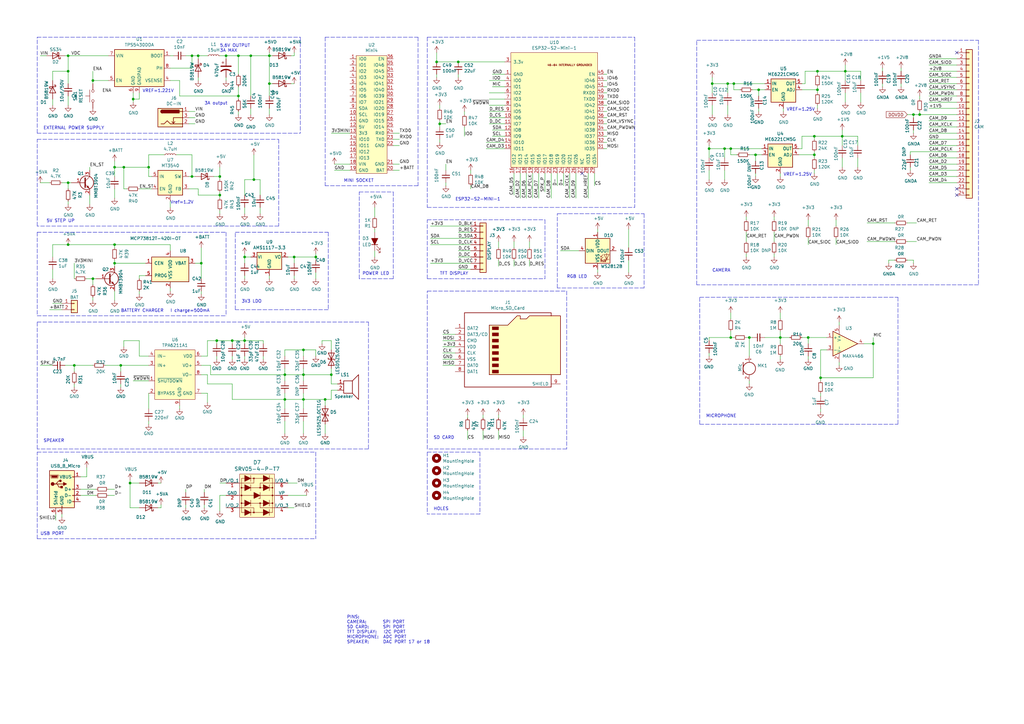
<source format=kicad_sch>
(kicad_sch (version 20211123) (generator eeschema)
  (paper "A3")
  (junction (at 82.55 107.95))
  (junction (at 334.01 55.88))
  (junction (at 46.99 107.95))
  (junction (at 116.84 153.67))
  (junction (at 38.1 114.3))
  (junction (at 124.46 163.83))
  (junction (at 297.18 60.96))
  (junction (at 135.89 153.67))
  (junction (at 46.99 68.58))
  (junction (at 320.04 138.43))
  (junction (at 27.94 29.21))
  (junction (at 92.71 22.86))
  (junction (at 180.34 50.8))
  (junction (at 336.55 154.94))
  (junction (at 299.72 138.43))
  (junction (at 120.65 105.41))
  (junction (at 129.54 105.41))
  (junction (at 331.47 138.43))
  (junction (at 60.96 68.58))
  (junction (at 90.17 80.01))
  (junction (at 27.94 74.93))
  (junction (at 110.49 22.86))
  (junction (at 81.28 22.86))
  (junction (at 53.34 198.12))
  (junction (at 374.65 46.99))
  (junction (at 97.79 39.37))
  (junction (at 179.07 25.4))
  (junction (at 110.49 34.29))
  (junction (at 307.34 138.43))
  (junction (at 97.79 22.86))
  (junction (at 38.1 33.02))
  (junction (at 116.84 163.83))
  (junction (at 124.46 153.67))
  (junction (at 49.53 149.86))
  (junction (at 345.44 55.88))
  (junction (at 311.15 36.83))
  (junction (at 88.9 139.7))
  (junction (at 309.88 63.5))
  (junction (at 187.96 25.4))
  (junction (at 30.48 149.86))
  (junction (at 133.35 163.83))
  (junction (at 78.74 72.39))
  (junction (at 299.72 60.96))
  (junction (at 298.45 34.29))
  (junction (at 377.19 46.99))
  (junction (at 290.83 60.96))
  (junction (at 300.99 34.29))
  (junction (at 54.61 40.64))
  (junction (at 358.14 140.97))
  (junction (at 335.28 29.21))
  (junction (at 334.01 63.5))
  (junction (at 50.8 68.58))
  (junction (at 346.71 29.21))
  (junction (at 292.1 34.29))
  (junction (at 95.25 139.7))
  (junction (at 27.94 100.33))
  (junction (at 90.17 72.39))
  (junction (at 78.74 22.86))
  (junction (at 124.46 143.51))
  (junction (at 104.14 73.66))
  (junction (at 335.28 36.83))
  (junction (at 27.94 22.86))
  (junction (at 100.33 105.41))
  (junction (at 102.87 22.86))
  (junction (at 100.33 139.7))
  (junction (at 46.99 100.33))
  (no_connect (at 238.76 71.12))
  (no_connect (at 392.43 21.59))
  (no_connect (at 392.43 77.47))
  (no_connect (at 392.43 80.01))
  (wire (pts (xy 311.15 36.83) (xy 308.61 36.83)))
  (polyline (pts (xy 15.24 57.15) (xy 114.3 57.15)))
  (wire (pts (xy 38.1 29.21) (xy 38.1 33.02)))
  (wire (pts (xy 367.03 106.68) (xy 364.49 106.68)))
  (wire (pts (xy 35.56 191.77) (xy 35.56 195.58)))
  (wire (pts (xy 27.94 29.21) (xy 27.94 34.29)))
  (wire (pts (xy 381 72.39) (xy 392.43 72.39)))
  (wire (pts (xy 345.44 53.34) (xy 345.44 55.88)))
  (wire (pts (xy 69.85 100.33) (xy 69.85 102.87)))
  (wire (pts (xy 330.2 29.21) (xy 330.2 34.29)))
  (wire (pts (xy 344.17 149.86) (xy 344.17 148.59)))
  (wire (pts (xy 49.53 149.86) (xy 60.96 149.86)))
  (polyline (pts (xy 175.26 185.42) (xy 196.85 185.42)))
  (wire (pts (xy 320.04 130.81) (xy 320.04 128.27)))
  (wire (pts (xy 102.87 22.86) (xy 97.79 22.86)))
  (wire (pts (xy 200.66 50.8) (xy 207.01 50.8)))
  (wire (pts (xy 355.6 91.44) (xy 367.03 91.44)))
  (wire (pts (xy 106.68 87.63) (xy 106.68 85.09)))
  (wire (pts (xy 358.14 140.97) (xy 354.33 140.97)))
  (wire (pts (xy 46.99 200.66) (xy 44.45 200.66)))
  (wire (pts (xy 226.06 81.28) (xy 226.06 71.12)))
  (wire (pts (xy 100.33 107.95) (xy 100.33 105.41)))
  (wire (pts (xy 312.42 63.5) (xy 309.88 63.5)))
  (wire (pts (xy 92.71 31.75) (xy 92.71 33.02)))
  (wire (pts (xy 27.94 74.93) (xy 29.21 74.93)))
  (wire (pts (xy 80.01 48.26) (xy 77.47 48.26)))
  (wire (pts (xy 353.06 33.02) (xy 353.06 29.21)))
  (wire (pts (xy 60.96 172.72) (xy 60.96 173.99)))
  (wire (pts (xy 46.99 72.39) (xy 46.99 68.58)))
  (wire (pts (xy 374.65 107.95) (xy 374.65 106.68)))
  (wire (pts (xy 124.46 153.67) (xy 124.46 156.21)))
  (wire (pts (xy 328.93 60.96) (xy 327.66 60.96)))
  (wire (pts (xy 92.71 24.13) (xy 92.71 22.86)))
  (wire (pts (xy 100.33 114.3) (xy 100.33 113.03)))
  (polyline (pts (xy 134.62 127) (xy 96.52 127)))
  (wire (pts (xy 300.99 34.29) (xy 313.69 34.29)))
  (wire (pts (xy 193.04 71.12) (xy 193.04 69.85)))
  (wire (pts (xy 133.35 173.99) (xy 133.35 177.8)))
  (wire (pts (xy 331.47 97.79) (xy 331.47 100.33)))
  (wire (pts (xy 46.99 68.58) (xy 50.8 68.58)))
  (polyline (pts (xy 123.19 15.24) (xy 123.19 54.61)))
  (polyline (pts (xy 15.24 95.25) (xy 92.71 95.25)))
  (wire (pts (xy 190.5 46.99) (xy 190.5 45.72)))
  (wire (pts (xy 81.28 24.13) (xy 81.28 22.86)))
  (wire (pts (xy 22.86 213.36) (xy 22.86 210.82)))
  (polyline (pts (xy 96.52 127) (xy 96.52 95.25)))
  (polyline (pts (xy 285.75 116.84) (xy 285.75 16.51)))
  (wire (pts (xy 374.65 46.99) (xy 377.19 46.99)))
  (wire (pts (xy 342.9 97.79) (xy 342.9 100.33)))
  (wire (pts (xy 346.71 26.67) (xy 346.71 29.21)))
  (wire (pts (xy 53.34 196.85) (xy 53.34 198.12)))
  (wire (pts (xy 16.51 22.86) (xy 19.05 22.86)))
  (wire (pts (xy 187.96 31.75) (xy 187.96 30.48)))
  (wire (pts (xy 381 64.77) (xy 392.43 64.77)))
  (wire (pts (xy 247.65 43.18) (xy 248.92 43.18)))
  (polyline (pts (xy 175.26 15.24) (xy 175.26 85.09)))
  (polyline (pts (xy 134.62 95.25) (xy 134.62 127)))
  (wire (pts (xy 33.02 195.58) (xy 35.56 195.58)))
  (wire (pts (xy 229.87 102.87) (xy 237.49 102.87)))
  (wire (pts (xy 199.39 58.42) (xy 207.01 58.42)))
  (wire (pts (xy 245.11 95.25) (xy 245.11 93.98)))
  (wire (pts (xy 57.15 208.28) (xy 53.34 208.28)))
  (polyline (pts (xy 15.24 54.61) (xy 123.19 54.61)))
  (wire (pts (xy 85.09 153.67) (xy 85.09 157.48)))
  (wire (pts (xy 120.65 34.29) (xy 119.38 34.29)))
  (wire (pts (xy 82.55 120.65) (xy 82.55 119.38)))
  (wire (pts (xy 309.88 66.04) (xy 309.88 63.5)))
  (wire (pts (xy 204.47 170.18) (xy 204.47 171.45)))
  (polyline (pts (xy 15.24 220.98) (xy 15.24 185.42)))
  (wire (pts (xy 49.53 149.86) (xy 49.53 152.4)))
  (wire (pts (xy 135.89 139.7) (xy 132.08 139.7)))
  (wire (pts (xy 46.99 100.33) (xy 69.85 100.33)))
  (wire (pts (xy 320.04 140.97) (xy 320.04 138.43)))
  (wire (pts (xy 73.66 167.64) (xy 73.66 166.37)))
  (wire (pts (xy 30.48 158.75) (xy 30.48 157.48)))
  (wire (pts (xy 100.33 138.43) (xy 100.33 139.7)))
  (wire (pts (xy 247.65 40.64) (xy 248.92 40.64)))
  (wire (pts (xy 110.49 21.59) (xy 110.49 22.86)))
  (wire (pts (xy 100.33 104.14) (xy 100.33 105.41)))
  (polyline (pts (xy 151.13 132.08) (xy 151.13 184.15)))
  (wire (pts (xy 217.17 99.06) (xy 217.17 101.6)))
  (wire (pts (xy 191.77 180.34) (xy 191.77 176.53)))
  (wire (pts (xy 176.53 107.95) (xy 193.04 107.95)))
  (wire (pts (xy 180.34 50.8) (xy 180.34 52.07)))
  (wire (pts (xy 120.65 22.86) (xy 119.38 22.86)))
  (wire (pts (xy 191.77 170.18) (xy 191.77 171.45)))
  (wire (pts (xy 118.11 105.41) (xy 120.65 105.41)))
  (wire (pts (xy 336.55 154.94) (xy 358.14 154.94)))
  (wire (pts (xy 16.51 149.86) (xy 21.59 149.86)))
  (wire (pts (xy 241.3 71.12) (xy 241.3 81.28)))
  (polyline (pts (xy 15.24 129.54) (xy 92.71 129.54)))
  (wire (pts (xy 204.47 176.53) (xy 204.47 180.34)))
  (wire (pts (xy 381 44.45) (xy 392.43 44.45)))
  (wire (pts (xy 290.83 73.66) (xy 290.83 69.85)))
  (wire (pts (xy 317.5 104.14) (xy 317.5 105.41)))
  (wire (pts (xy 50.8 68.58) (xy 60.96 68.58)))
  (wire (pts (xy 21.59 114.3) (xy 21.59 110.49)))
  (wire (pts (xy 200.66 43.18) (xy 207.01 43.18)))
  (wire (pts (xy 90.17 80.01) (xy 90.17 81.28)))
  (wire (pts (xy 228.6 76.2) (xy 228.6 71.12)))
  (wire (pts (xy 335.28 44.45) (xy 335.28 43.18)))
  (wire (pts (xy 97.79 39.37) (xy 97.79 40.64)))
  (polyline (pts (xy 151.13 184.15) (xy 15.24 184.15)))
  (wire (pts (xy 346.71 33.02) (xy 346.71 29.21)))
  (wire (pts (xy 214.63 179.07) (xy 214.63 176.53)))
  (wire (pts (xy 381 39.37) (xy 392.43 39.37)))
  (wire (pts (xy 69.85 85.09) (xy 69.85 82.55)))
  (wire (pts (xy 377.19 45.72) (xy 377.19 46.99)))
  (wire (pts (xy 27.94 43.18) (xy 27.94 39.37)))
  (wire (pts (xy 306.07 104.14) (xy 306.07 105.41)))
  (wire (pts (xy 88.9 140.97) (xy 88.9 139.7)))
  (wire (pts (xy 78.74 72.39) (xy 78.74 63.5)))
  (wire (pts (xy 381 49.53) (xy 392.43 49.53)))
  (wire (pts (xy 30.48 149.86) (xy 38.1 149.86)))
  (wire (pts (xy 336.55 143.51) (xy 336.55 154.94)))
  (wire (pts (xy 358.14 138.43) (xy 358.14 140.97)))
  (wire (pts (xy 116.84 172.72) (xy 116.84 177.8)))
  (wire (pts (xy 85.09 161.29) (xy 82.55 161.29)))
  (wire (pts (xy 52.07 77.47) (xy 50.8 77.47)))
  (wire (pts (xy 38.1 123.19) (xy 38.1 121.92)))
  (wire (pts (xy 247.65 55.88) (xy 248.92 55.88)))
  (polyline (pts (xy 15.24 92.71) (xy 15.24 57.15)))
  (polyline (pts (xy 15.24 132.08) (xy 151.13 132.08)))
  (wire (pts (xy 85.09 146.05) (xy 85.09 139.7)))
  (wire (pts (xy 375.92 99.06) (xy 372.11 99.06)))
  (wire (pts (xy 200.66 33.02) (xy 207.01 33.02)))
  (polyline (pts (xy 15.24 15.24) (xy 123.19 15.24)))
  (wire (pts (xy 27.94 77.47) (xy 27.94 74.93)))
  (wire (pts (xy 129.54 114.3) (xy 129.54 111.76)))
  (wire (pts (xy 153.67 93.98) (xy 153.67 95.25)))
  (wire (pts (xy 335.28 30.48) (xy 335.28 29.21)))
  (wire (pts (xy 30.48 107.95) (xy 30.48 114.3)))
  (wire (pts (xy 53.34 208.28) (xy 53.34 198.12)))
  (wire (pts (xy 116.84 167.64) (xy 116.84 163.83)))
  (wire (pts (xy 247.65 50.8) (xy 248.92 50.8)))
  (wire (pts (xy 69.85 119.38) (xy 69.85 118.11)))
  (wire (pts (xy 66.04 207.01) (xy 66.04 208.28)))
  (wire (pts (xy 90.17 198.12) (xy 92.71 198.12)))
  (wire (pts (xy 27.94 83.82) (xy 27.94 82.55)))
  (polyline (pts (xy 161.29 114.3) (xy 147.32 114.3)))
  (wire (pts (xy 129.54 143.51) (xy 129.54 146.05)))
  (polyline (pts (xy 175.26 114.3) (xy 223.52 114.3)))
  (wire (pts (xy 25.4 212.09) (xy 25.4 210.82)))
  (wire (pts (xy 69.85 27.94) (xy 78.74 27.94)))
  (wire (pts (xy 80.01 72.39) (xy 78.74 72.39)))
  (wire (pts (xy 86.36 153.67) (xy 86.36 149.86)))
  (wire (pts (xy 26.67 149.86) (xy 30.48 149.86)))
  (polyline (pts (xy 232.41 119.38) (xy 232.41 184.15)))
  (wire (pts (xy 90.17 203.2) (xy 92.71 203.2)))
  (polyline (pts (xy 15.24 184.15) (xy 15.24 132.08)))
  (polyline (pts (xy 15.24 54.61) (xy 15.24 15.24)))
  (wire (pts (xy 27.94 100.33) (xy 46.99 100.33)))
  (wire (pts (xy 60.96 146.05) (xy 57.15 146.05)))
  (wire (pts (xy 82.55 146.05) (xy 85.09 146.05)))
  (polyline (pts (xy 228.6 118.11) (xy 228.6 87.63)))
  (wire (pts (xy 247.65 60.96) (xy 248.92 60.96)))
  (wire (pts (xy 182.88 76.2) (xy 182.88 74.93)))
  (wire (pts (xy 82.55 101.6) (xy 82.55 107.95)))
  (wire (pts (xy 361.95 35.56) (xy 361.95 34.29)))
  (wire (pts (xy 71.12 22.86) (xy 69.85 22.86)))
  (wire (pts (xy 46.99 66.04) (xy 46.99 68.58)))
  (wire (pts (xy 25.4 127) (xy 20.32 127)))
  (wire (pts (xy 110.49 22.86) (xy 110.49 34.29)))
  (wire (pts (xy 306.07 88.9) (xy 306.07 90.17)))
  (wire (pts (xy 187.96 95.25) (xy 193.04 95.25)))
  (wire (pts (xy 124.46 146.05) (xy 124.46 143.51)))
  (wire (pts (xy 377.19 40.64) (xy 377.19 39.37)))
  (wire (pts (xy 381 41.91) (xy 392.43 41.91)))
  (wire (pts (xy 331.47 90.17) (xy 331.47 92.71)))
  (wire (pts (xy 110.49 46.99) (xy 110.49 44.45)))
  (wire (pts (xy 163.83 57.15) (xy 161.29 57.15)))
  (polyline (pts (xy 260.35 15.24) (xy 260.35 85.09)))
  (wire (pts (xy 100.33 105.41) (xy 102.87 105.41)))
  (wire (pts (xy 290.83 60.96) (xy 290.83 59.69)))
  (wire (pts (xy 36.83 83.82) (xy 36.83 80.01)))
  (wire (pts (xy 257.81 111.76) (xy 257.81 106.68)))
  (wire (pts (xy 124.46 153.67) (xy 124.46 151.13)))
  (wire (pts (xy 299.72 138.43) (xy 299.72 135.89)))
  (wire (pts (xy 330.2 34.29) (xy 328.93 34.29)))
  (polyline (pts (xy 129.54 185.42) (xy 129.54 220.98)))
  (wire (pts (xy 247.65 33.02) (xy 248.92 33.02)))
  (wire (pts (xy 92.71 22.86) (xy 97.79 22.86)))
  (wire (pts (xy 298.45 46.99) (xy 298.45 43.18)))
  (wire (pts (xy 86.36 153.67) (xy 116.84 153.67)))
  (wire (pts (xy 290.83 64.77) (xy 290.83 60.96)))
  (wire (pts (xy 60.96 161.29) (xy 60.96 167.64)))
  (wire (pts (xy 100.33 80.01) (xy 100.33 73.66)))
  (wire (pts (xy 207.01 30.48) (xy 201.93 30.48)))
  (wire (pts (xy 381 31.75) (xy 392.43 31.75)))
  (wire (pts (xy 25.4 74.93) (xy 27.94 74.93)))
  (wire (pts (xy 223.52 71.12) (xy 223.52 78.74)))
  (wire (pts (xy 328.93 55.88) (xy 328.93 60.96)))
  (wire (pts (xy 137.16 67.31) (xy 143.51 67.31)))
  (wire (pts (xy 116.84 153.67) (xy 124.46 153.67)))
  (wire (pts (xy 95.25 163.83) (xy 116.84 163.83)))
  (wire (pts (xy 107.95 147.32) (xy 107.95 146.05)))
  (wire (pts (xy 328.93 138.43) (xy 331.47 138.43)))
  (polyline (pts (xy 287.02 121.92) (xy 368.3 121.92)))
  (wire (pts (xy 292.1 38.1) (xy 292.1 34.29)))
  (wire (pts (xy 351.79 55.88) (xy 345.44 55.88)))
  (wire (pts (xy 187.96 105.41) (xy 193.04 105.41)))
  (polyline (pts (xy 92.71 95.25) (xy 92.71 129.54)))
  (wire (pts (xy 81.28 33.02) (xy 81.28 31.75)))
  (wire (pts (xy 107.95 140.97) (xy 107.95 139.7)))
  (polyline (pts (xy 147.32 114.3) (xy 147.32 78.74)))
  (wire (pts (xy 161.29 54.61) (xy 163.83 54.61)))
  (polyline (pts (xy 287.02 173.99) (xy 287.02 121.92)))
  (wire (pts (xy 102.87 22.86) (xy 110.49 22.86)))
  (wire (pts (xy 372.11 46.99) (xy 374.65 46.99)))
  (wire (pts (xy 90.17 72.39) (xy 90.17 68.58)))
  (wire (pts (xy 247.65 38.1) (xy 248.92 38.1)))
  (wire (pts (xy 257.81 93.98) (xy 257.81 101.6)))
  (wire (pts (xy 351.79 59.69) (xy 351.79 55.88)))
  (wire (pts (xy 317.5 88.9) (xy 317.5 90.17)))
  (wire (pts (xy 336.55 162.56) (xy 336.55 161.29)))
  (wire (pts (xy 179.07 21.59) (xy 179.07 25.4)))
  (wire (pts (xy 135.89 157.48) (xy 135.89 153.67)))
  (wire (pts (xy 323.85 138.43) (xy 320.04 138.43)))
  (wire (pts (xy 247.65 48.26) (xy 248.92 48.26)))
  (wire (pts (xy 361.95 27.94) (xy 361.95 29.21)))
  (wire (pts (xy 292.1 31.75) (xy 292.1 34.29)))
  (wire (pts (xy 182.88 69.85) (xy 182.88 67.31)))
  (polyline (pts (xy 114.3 92.71) (xy 15.24 92.71)))
  (wire (pts (xy 54.61 156.21) (xy 60.96 156.21)))
  (wire (pts (xy 133.35 166.37) (xy 133.35 163.83)))
  (wire (pts (xy 334.01 55.88) (xy 328.93 55.88)))
  (wire (pts (xy 364.49 106.68) (xy 364.49 107.95)))
  (wire (pts (xy 38.1 33.02) (xy 44.45 33.02)))
  (polyline (pts (xy 196.85 185.42) (xy 196.85 210.82)))
  (wire (pts (xy 135.89 143.51) (xy 135.89 139.7)))
  (wire (pts (xy 193.04 76.2) (xy 193.04 77.47)))
  (wire (pts (xy 121.92 198.12) (xy 118.11 198.12)))
  (wire (pts (xy 335.28 35.56) (xy 335.28 36.83)))
  (wire (pts (xy 297.18 73.66) (xy 297.18 69.85)))
  (wire (pts (xy 77.47 45.72) (xy 80.01 45.72)))
  (wire (pts (xy 97.79 22.86) (xy 97.79 30.48)))
  (wire (pts (xy 345.44 68.58) (xy 345.44 64.77)))
  (wire (pts (xy 210.82 106.68) (xy 210.82 109.22)))
  (wire (pts (xy 198.12 170.18) (xy 198.12 171.45)))
  (wire (pts (xy 331.47 138.43) (xy 339.09 138.43)))
  (wire (pts (xy 381 59.69) (xy 392.43 59.69)))
  (wire (pts (xy 135.89 163.83) (xy 135.89 160.02)))
  (wire (pts (xy 375.92 91.44) (xy 372.11 91.44)))
  (wire (pts (xy 90.17 73.66) (xy 90.17 72.39)))
  (wire (pts (xy 46.99 107.95) (xy 59.69 107.95)))
  (wire (pts (xy 306.07 138.43) (xy 307.34 138.43)))
  (wire (pts (xy 116.84 143.51) (xy 116.84 146.05)))
  (wire (pts (xy 33.02 203.2) (xy 39.37 203.2)))
  (wire (pts (xy 373.38 69.85) (xy 373.38 68.58)))
  (wire (pts (xy 129.54 104.14) (xy 129.54 105.41)))
  (wire (pts (xy 344.17 133.35) (xy 344.17 132.08)))
  (wire (pts (xy 201.93 55.88) (xy 207.01 55.88)))
  (polyline (pts (xy 147.32 78.74) (xy 161.29 78.74)))
  (wire (pts (xy 60.96 68.58) (xy 60.96 72.39)))
  (wire (pts (xy 54.61 38.1) (xy 54.61 40.64)))
  (wire (pts (xy 335.28 29.21) (xy 330.2 29.21)))
  (wire (pts (xy 334.01 62.23) (xy 334.01 63.5)))
  (wire (pts (xy 236.22 81.28) (xy 236.22 71.12)))
  (wire (pts (xy 82.55 107.95) (xy 80.01 107.95)))
  (wire (pts (xy 243.84 76.2) (xy 243.84 71.12)))
  (wire (pts (xy 187.96 25.4) (xy 207.01 25.4)))
  (wire (pts (xy 187.96 110.49) (xy 193.04 110.49)))
  (polyline (pts (xy 401.32 116.84) (xy 285.75 116.84)))
  (wire (pts (xy 21.59 43.18) (xy 21.59 40.64)))
  (wire (pts (xy 334.01 63.5) (xy 334.01 64.77)))
  (wire (pts (xy 46.99 109.22) (xy 46.99 107.95)))
  (wire (pts (xy 110.49 22.86) (xy 111.76 22.86)))
  (wire (pts (xy 76.2 208.28) (xy 76.2 207.01)))
  (wire (pts (xy 92.71 22.86) (xy 90.17 22.86)))
  (wire (pts (xy 381 74.93) (xy 392.43 74.93)))
  (wire (pts (xy 297.18 60.96) (xy 299.72 60.96)))
  (polyline (pts (xy 232.41 184.15) (xy 175.26 184.15)))
  (wire (pts (xy 21.59 100.33) (xy 21.59 105.41)))
  (wire (pts (xy 81.28 22.86) (xy 78.74 22.86)))
  (wire (pts (xy 214.63 170.18) (xy 214.63 171.45)))
  (wire (pts (xy 292.1 34.29) (xy 298.45 34.29)))
  (wire (pts (xy 200.66 38.1) (xy 207.01 38.1)))
  (wire (pts (xy 21.59 124.46) (xy 25.4 124.46)))
  (wire (pts (xy 110.49 114.3) (xy 110.49 113.03)))
  (wire (pts (xy 66.04 198.12) (xy 64.77 198.12)))
  (wire (pts (xy 311.15 44.45) (xy 311.15 45.72)))
  (wire (pts (xy 369.57 35.56) (xy 369.57 34.29)))
  (wire (pts (xy 60.96 72.39) (xy 62.23 72.39)))
  (wire (pts (xy 334.01 71.12) (xy 334.01 69.85)))
  (polyline (pts (xy 15.24 185.42) (xy 129.54 185.42)))
  (wire (pts (xy 339.09 143.51) (xy 336.55 143.51)))
  (wire (pts (xy 181.61 137.16) (xy 186.69 137.16)))
  (wire (pts (xy 106.68 73.66) (xy 106.68 80.01)))
  (wire (pts (xy 20.32 74.93) (xy 16.51 74.93)))
  (wire (pts (xy 97.79 35.56) (xy 97.79 39.37)))
  (wire (pts (xy 176.53 92.71) (xy 193.04 92.71)))
  (wire (pts (xy 82.55 107.95) (xy 82.55 114.3)))
  (wire (pts (xy 290.83 139.7) (xy 290.83 138.43)))
  (wire (pts (xy 210.82 80.01) (xy 210.82 71.12)))
  (wire (pts (xy 124.46 163.83) (xy 133.35 163.83)))
  (wire (pts (xy 163.83 59.69) (xy 161.29 59.69)))
  (wire (pts (xy 100.33 140.97) (xy 100.33 139.7)))
  (wire (pts (xy 215.9 81.28) (xy 215.9 71.12)))
  (wire (pts (xy 292.1 46.99) (xy 292.1 43.18)))
  (wire (pts (xy 290.83 60.96) (xy 297.18 60.96)))
  (wire (pts (xy 73.66 39.37) (xy 97.79 39.37)))
  (wire (pts (xy 124.46 163.83) (xy 124.46 167.64)))
  (wire (pts (xy 21.59 100.33) (xy 27.94 100.33)))
  (wire (pts (xy 317.5 99.06) (xy 317.5 95.25)))
  (polyline (pts (xy 175.26 185.42) (xy 175.26 210.82)))
  (polyline (pts (xy 175.26 15.24) (xy 260.35 15.24)))
  (wire (pts (xy 124.46 163.83) (xy 124.46 161.29)))
  (wire (pts (xy 50.8 139.7) (xy 50.8 142.24)))
  (wire (pts (xy 54.61 41.91) (xy 54.61 40.64)))
  (wire (pts (xy 321.31 45.72) (xy 321.31 44.45)))
  (wire (pts (xy 190.5 52.07) (xy 190.5 55.88)))
  (wire (pts (xy 38.1 116.84) (xy 38.1 114.3)))
  (wire (pts (xy 247.65 30.48) (xy 248.92 30.48)))
  (wire (pts (xy 77.47 50.8) (xy 80.01 50.8)))
  (wire (pts (xy 247.65 35.56) (xy 248.92 35.56)))
  (wire (pts (xy 374.65 54.61) (xy 374.65 53.34)))
  (wire (pts (xy 90.17 203.2) (xy 90.17 209.55)))
  (wire (pts (xy 85.09 161.29) (xy 85.09 165.1)))
  (wire (pts (xy 50.8 77.47) (xy 50.8 68.58)))
  (wire (pts (xy 57.15 120.65) (xy 57.15 119.38)))
  (wire (pts (xy 163.83 67.31) (xy 161.29 67.31)))
  (wire (pts (xy 85.09 139.7) (xy 88.9 139.7)))
  (wire (pts (xy 299.72 138.43) (xy 300.99 138.43)))
  (wire (pts (xy 218.44 81.28) (xy 218.44 71.12)))
  (wire (pts (xy 313.69 138.43) (xy 320.04 138.43)))
  (wire (pts (xy 135.89 151.13) (xy 135.89 153.67)))
  (wire (pts (xy 233.68 71.12) (xy 233.68 81.28)))
  (wire (pts (xy 200.66 48.26) (xy 207.01 48.26)))
  (wire (pts (xy 77.47 77.47) (xy 81.28 77.47)))
  (wire (pts (xy 116.84 161.29) (xy 116.84 163.83)))
  (wire (pts (xy 100.33 87.63) (xy 100.33 85.09)))
  (polyline (pts (xy 228.6 87.63) (xy 264.16 87.63)))
  (wire (pts (xy 345.44 55.88) (xy 334.01 55.88)))
  (wire (pts (xy 120.65 21.59) (xy 120.65 22.86)))
  (wire (pts (xy 120.65 105.41) (xy 120.65 107.95)))
  (wire (pts (xy 353.06 41.91) (xy 353.06 38.1)))
  (wire (pts (xy 135.89 163.83) (xy 133.35 163.83)))
  (wire (pts (xy 90.17 87.63) (xy 90.17 86.36)))
  (wire (pts (xy 331.47 147.32) (xy 331.47 146.05)))
  (wire (pts (xy 181.61 142.24) (xy 186.69 142.24)))
  (wire (pts (xy 247.65 53.34) (xy 248.92 53.34)))
  (wire (pts (xy 95.25 157.48) (xy 95.25 163.83)))
  (wire (pts (xy 57.15 198.12) (xy 53.34 198.12)))
  (wire (pts (xy 46.99 123.19) (xy 46.99 119.38)))
  (wire (pts (xy 21.59 33.02) (xy 21.59 29.21)))
  (wire (pts (xy 327.66 63.5) (xy 334.01 63.5)))
  (wire (pts (xy 374.65 106.68) (xy 372.11 106.68)))
  (wire (pts (xy 217.17 106.68) (xy 217.17 109.22)))
  (wire (pts (xy 299.72 60.96) (xy 312.42 60.96)))
  (polyline (pts (xy 223.52 90.17) (xy 223.52 114.3)))
  (wire (pts (xy 311.15 39.37) (xy 311.15 36.83)))
  (wire (pts (xy 124.46 153.67) (xy 135.89 153.67)))
  (wire (pts (xy 381 29.21) (xy 392.43 29.21)))
  (polyline (pts (xy 114.3 57.15) (xy 114.3 92.71)))
  (wire (pts (xy 104.14 73.66) (xy 106.68 73.66)))
  (wire (pts (xy 181.61 139.7) (xy 186.69 139.7)))
  (wire (pts (xy 143.51 69.85) (xy 137.16 69.85)))
  (wire (pts (xy 373.38 62.23) (xy 392.43 62.23)))
  (wire (pts (xy 207.01 40.64) (xy 200.66 40.64)))
  (wire (pts (xy 110.49 34.29) (xy 110.49 39.37)))
  (wire (pts (xy 67.31 63.5) (xy 60.96 63.5)))
  (wire (pts (xy 381 24.13) (xy 392.43 24.13)))
  (wire (pts (xy 181.61 147.32) (xy 186.69 147.32)))
  (wire (pts (xy 78.74 27.94) (xy 78.74 22.86)))
  (wire (pts (xy 290.83 138.43) (xy 299.72 138.43)))
  (wire (pts (xy 345.44 59.69) (xy 345.44 55.88)))
  (wire (pts (xy 176.53 97.79) (xy 193.04 97.79)))
  (wire (pts (xy 38.1 114.3) (xy 39.37 114.3)))
  (wire (pts (xy 320.04 135.89) (xy 320.04 138.43)))
  (wire (pts (xy 135.89 160.02) (xy 138.43 160.02)))
  (wire (pts (xy 198.12 176.53) (xy 198.12 180.34)))
  (wire (pts (xy 213.36 71.12) (xy 213.36 81.28)))
  (wire (pts (xy 49.53 158.75) (xy 49.53 157.48)))
  (polyline (pts (xy 175.26 184.15) (xy 175.26 119.38)))
  (wire (pts (xy 298.45 34.29) (xy 300.99 34.29)))
  (wire (pts (xy 377.19 46.99) (xy 392.43 46.99)))
  (wire (pts (xy 204.47 106.68) (xy 204.47 109.22)))
  (wire (pts (xy 207.01 60.96) (xy 199.39 60.96)))
  (wire (pts (xy 153.67 85.09) (xy 153.67 88.9)))
  (wire (pts (xy 336.55 154.94) (xy 336.55 156.21)))
  (wire (pts (xy 381 69.85) (xy 392.43 69.85)))
  (wire (pts (xy 299.72 130.81) (xy 299.72 128.27)))
  (wire (pts (xy 328.93 36.83) (xy 335.28 36.83)))
  (wire (pts (xy 358.14 154.94) (xy 358.14 140.97)))
  (wire (pts (xy 132.08 139.7) (xy 132.08 140.97)))
  (wire (pts (xy 138.43 157.48) (xy 135.89 157.48)))
  (wire (pts (xy 135.89 54.61) (xy 143.51 54.61)))
  (wire (pts (xy 381 34.29) (xy 392.43 34.29)))
  (wire (pts (xy 88.9 139.7) (xy 95.25 139.7)))
  (wire (pts (xy 82.55 153.67) (xy 85.09 153.67)))
  (wire (pts (xy 334.01 57.15) (xy 334.01 55.88)))
  (wire (pts (xy 81.28 77.47) (xy 81.28 80.01)))
  (wire (pts (xy 95.25 146.05) (xy 95.25 147.32)))
  (polyline (pts (xy 175.26 114.3) (xy 175.26 90.17)))
  (wire (pts (xy 153.67 105.41) (xy 153.67 102.87)))
  (polyline (pts (xy 175.26 90.17) (xy 223.52 90.17)))
  (wire (pts (xy 81.28 80.01) (xy 90.17 80.01)))
  (wire (pts (xy 120.65 208.28) (xy 118.11 208.28)))
  (wire (pts (xy 116.84 151.13) (xy 116.84 153.67)))
  (wire (pts (xy 309.88 63.5) (xy 307.34 63.5)))
  (wire (pts (xy 182.88 50.8) (xy 180.34 50.8)))
  (wire (pts (xy 346.71 41.91) (xy 346.71 38.1)))
  (wire (pts (xy 381 52.07) (xy 392.43 52.07)))
  (wire (pts (xy 180.34 44.45) (xy 180.34 43.18)))
  (wire (pts (xy 369.57 27.94) (xy 369.57 29.21)))
  (wire (pts (xy 110.49 34.29) (xy 111.76 34.29)))
  (wire (pts (xy 85.09 22.86) (xy 81.28 22.86)))
  (wire (pts (xy 62.23 77.47) (xy 57.15 77.47)))
  (wire (pts (xy 124.46 143.51) (xy 129.54 143.51)))
  (wire (pts (xy 299.72 63.5) (xy 299.72 60.96)))
  (polyline (pts (xy 96.52 95.25) (xy 134.62 95.25)))
  (wire (pts (xy 231.14 76.2) (xy 231.14 71.12)))
  (polyline (pts (xy 171.45 15.24) (xy 171.45 76.2)))
  (wire (pts (xy 307.34 157.48) (xy 307.34 156.21)))
  (wire (pts (xy 210.82 99.06) (xy 210.82 101.6)))
  (wire (pts (xy 46.99 107.95) (xy 46.99 106.68)))
  (wire (pts (xy 381 26.67) (xy 392.43 26.67)))
  (wire (pts (xy 320.04 72.39) (xy 320.04 71.12)))
  (wire (pts (xy 247.65 58.42) (xy 248.92 58.42)))
  (wire (pts (xy 104.14 63.5) (xy 104.14 73.66)))
  (wire (pts (xy 73.66 33.02) (xy 73.66 39.37)))
  (wire (pts (xy 57.15 113.03) (xy 59.69 113.03)))
  (wire (pts (xy 76.2 201.93) (xy 76.2 200.66)))
  (wire (pts (xy 97.79 46.99) (xy 97.79 45.72)))
  (wire (pts (xy 100.33 73.66) (xy 104.14 73.66)))
  (wire (pts (xy 180.34 49.53) (xy 180.34 50.8)))
  (polyline (pts (xy 196.85 210.82) (xy 175.26 210.82)))
  (wire (pts (xy 90.17 72.39) (xy 87.63 72.39)))
  (wire (pts (xy 181.61 149.86) (xy 186.69 149.86)))
  (wire (pts (xy 309.88 71.12) (xy 309.88 72.39)))
  (polyline (pts (xy 264.16 87.63) (xy 264.16 118.11)))
  (wire (pts (xy 381 57.15) (xy 392.43 57.15)))
  (wire (pts (xy 26.67 22.86) (xy 27.94 22.86)))
  (wire (pts (xy 247.65 45.72) (xy 248.92 45.72)))
  (wire (pts (xy 88.9 146.05) (xy 88.9 147.32)))
  (wire (pts (xy 57.15 139.7) (xy 50.8 139.7)))
  (wire (pts (xy 57.15 38.1) (xy 57.15 40.64)))
  (wire (pts (xy 374.65 46.99) (xy 374.65 48.26)))
  (wire (pts (xy 381 67.31) (xy 392.43 67.31)))
  (wire (pts (xy 90.17 80.01) (xy 90.17 78.74)))
  (wire (pts (xy 180.34 58.42) (xy 180.34 57.15)))
  (wire (pts (xy 78.74 63.5) (xy 72.39 63.5)))
  (wire (pts (xy 118.11 203.2) (xy 125.73 203.2)))
  (wire (pts (xy 346.71 29.21) (xy 335.28 29.21)))
  (wire (pts (xy 57.15 114.3) (xy 57.15 113.03)))
  (wire (pts (xy 187.96 25.4) (xy 179.07 25.4)))
  (wire (pts (xy 297.18 64.77) (xy 297.18 60.96)))
  (wire (pts (xy 353.06 29.21) (xy 346.71 29.21)))
  (polyline (pts (xy 264.16 118.11) (xy 228.6 118.11)))
  (wire (pts (xy 351.79 68.58) (xy 351.79 64.77)))
  (wire (pts (xy 66.04 208.28) (xy 64.77 208.28)))
  (wire (pts (xy 116.84 156.21) (xy 116.84 153.67)))
  (wire (pts (xy 116.84 163.83) (xy 124.46 163.83)))
  (polyline (pts (xy 175.26 119.38) (xy 232.41 119.38)))
  (wire (pts (xy 306.07 99.06) (xy 306.07 95.25)))
  (wire (pts (xy 102.87 46.99) (xy 102.87 44.45)))
  (wire (pts (xy 44.45 203.2) (xy 46.99 203.2)))
  (wire (pts (xy 335.28 36.83) (xy 335.28 38.1)))
  (wire (pts (xy 381 54.61) (xy 392.43 54.61)))
  (wire (pts (xy 307.34 138.43) (xy 308.61 138.43)))
  (wire (pts (xy 43.18 149.86) (xy 49.53 149.86)))
  (wire (pts (xy 245.11 111.76) (xy 245.11 110.49)))
  (wire (pts (xy 336.55 168.91) (xy 336.55 167.64)))
  (wire (pts (xy 307.34 138.43) (xy 307.34 146.05)))
  (polyline (pts (xy 133.35 15.24) (xy 171.45 15.24)))
  (polyline (pts (xy 161.29 78.74) (xy 161.29 114.3)))
  (wire (pts (xy 95.25 140.97) (xy 95.25 139.7)))
  (wire (pts (xy 201.93 35.56) (xy 207.01 35.56)))
  (wire (pts (xy 290.83 146.05) (xy 290.83 144.78)))
  (wire (pts (xy 100.33 146.05) (xy 100.33 147.32)))
  (wire (pts (xy 331.47 138.43) (xy 331.47 140.97)))
  (wire (pts (xy 300.99 36.83) (xy 300.99 34.29)))
  (polyline (pts (xy 401.32 16.51) (xy 401.32 116.84)))
  (wire (pts (xy 27.94 22.86) (xy 27.94 29.21)))
  (wire (pts (xy 27.94 22.86) (xy 44.45 22.86)))
  (wire (pts (xy 303.53 36.83) (xy 300.99 36.83)))
  (wire (pts (xy 60.96 63.5) (xy 60.96 68.58)))
  (wire (pts (xy 181.61 144.78) (xy 186.69 144.78)))
  (wire (pts (xy 38.1 33.02) (xy 38.1 34.29)))
  (wire (pts (xy 86.36 149.86) (xy 82.55 149.86)))
  (wire (pts (xy 220.98 81.28) (xy 220.98 71.12)))
  (wire (pts (xy 78.74 72.39) (xy 77.47 72.39)))
  (wire (pts (xy 46.99 77.47) (xy 46.99 81.28)))
  (wire (pts (xy 367.03 99.06) (xy 355.6 99.06)))
  (wire (pts (xy 100.33 139.7) (xy 95.25 139.7)))
  (wire (pts (xy 35.56 114.3) (xy 38.1 114.3)))
  (wire (pts (xy 21.59 29.21) (xy 27.94 29.21)))
  (wire (pts (xy 116.84 143.51) (xy 124.46 143.51)))
  (wire (pts (xy 46.99 101.6) (xy 46.99 100.33)))
  (wire (pts (xy 129.54 105.41) (xy 129.54 106.68)))
  (wire (pts (xy 85.09 157.48) (xy 95.25 157.48)))
  (wire (pts (xy 78.74 22.86) (xy 76.2 22.86)))
  (polyline (pts (xy 175.26 85.09) (xy 260.35 85.09)))
  (wire (pts (xy 57.15 40.64) (xy 54.61 40.64)))
  (polyline (pts (xy 368.3 121.92) (xy 368.3 173.99)))
  (wire (pts (xy 107.95 139.7) (xy 100.33 139.7)))
  (wire (pts (xy 36.83 69.85) (xy 36.83 68.58)))
  (wire (pts (xy 57.15 146.05) (xy 57.15 139.7)))
  (wire (pts (xy 124.46 172.72) (xy 124.46 177.8)))
  (wire (pts (xy 204.47 99.06) (xy 204.47 101.6)))
  (wire (pts (xy 30.48 149.86) (xy 30.48 152.4)))
  (wire (pts (xy 33.02 200.66) (xy 39.37 200.66)))
  (wire (pts (xy 320.04 147.32) (xy 320.04 146.05)))
  (wire (pts (xy 187.96 102.87) (xy 193.04 102.87)))
  (wire (pts (xy 120.65 114.3) (xy 120.65 113.03)))
  (wire (pts (xy 83.82 208.28) (xy 83.82 207.01)))
  (wire (pts (xy 102.87 22.86) (xy 102.87 39.37)))
  (polyline (pts (xy 133.35 15.24) (xy 133.35 76.2)))
  (wire (pts (xy 342.9 92.71) (xy 342.9 90.17)))
  (wire (pts (xy 69.85 33.02) (xy 73.66 33.02)))
  (wire (pts (xy 313.69 36.83) (xy 311.15 36.83)))
  (wire (pts (xy 200.66 45.72) (xy 207.01 45.72)))
  (polyline (pts (xy 15.24 220.98) (xy 129.54 220.98)))
  (wire (pts (xy 373.38 62.23) (xy 373.38 63.5)))
  (wire (pts (xy 302.26 63.5) (xy 299.72 63.5)))
  (wire (pts (xy 381 36.83) (xy 392.43 36.83)))
  (wire (pts (xy 176.53 100.33) (xy 193.04 100.33)))
  (wire (pts (xy 120.65 105.41) (xy 129.54 105.41)))
  (wire (pts (xy 179.07 31.75) (xy 179.07 30.48)))
  (wire (pts (xy 201.93 53.34) (xy 207.01 53.34)))
  (polyline (pts (xy 171.45 76.2) (xy 133.35 76.2)))
  (wire (pts (xy 83.82 200.66) (xy 83.82 201.93)))
  (polyline (pts (xy 285.75 16.51) (xy 401.32 16.51)))
  (polyline (pts (xy 287.02 173.99) (xy 368.3 173.99)))
  (wire (pts (xy 298.45 38.1) (xy 298.45 34.29)))
  (polyline (pts (xy 15.24 95.25) (xy 15.24 129.54)))
  (wire (pts (xy 163.83 69.85) (xy 161.29 69.85)))
  (text "5,6V OUTPUT\n3A MAX" (at 90.17 21.59 0) (effects (font (size 1.27 1.27)) (justify left bottom)))
  (text "Vref=1.2V" (at 69.85 83.82 0) (effects (font (size 1.27 1.27)) (justify left bottom)))
  (text "VREF=1.221V" (at 58.42 38.1 0) (effects (font (size 1.27 1.27)) (justify left bottom)))
  (text "RGB LED" (at 232.41 114.3 0) (effects (font (size 1.27 1.27)) (justify left bottom)))
  (text "VREF=1.25V" (at 322.58 45.72 0) (effects (font (size 1.27 1.27)) (justify left bottom)))
  (text "VREF=1.25V" (at 321.31 72.39 0) (effects (font (size 1.27 1.27)) (justify left bottom)))
  (text "TFT DISPLAY" (at 180.34 113.03 0) (effects (font (size 1.27 1.27)) (justify left bottom)))
  (text "5V STEP UP" (at 19.05 91.44 0) (effects (font (size 1.27 1.27)) (justify left bottom)))
  (text "SPEAKER" (at 17.78 181.61 0) (effects (font (size 1.27 1.27)) (justify left bottom)))
  (text "ESP32-S2-MINI-1" (at 186.69 82.55 0) (effects (font (size 1.27 1.27)) (justify left bottom)))
  (text "SD CARD" (at 177.8 180.34 0) (effects (font (size 1.27 1.27)) (justify left bottom)))
  (text "POWER LED" (at 148.59 113.03 0) (effects (font (size 1.27 1.27)) (justify left bottom)))
  (text "MINI SOCKET" (at 140.97 74.93 0) (effects (font (size 1.27 1.27)) (justify left bottom)))
  (text "CAMERA " (at 292.1 111.76 0) (effects (font (size 1.27 1.27)) (justify left bottom)))
  (text "MICROPHONE" (at 289.56 171.45 0) (effects (font (size 1.27 1.27)) (justify left bottom)))
  (text "I charge=500mA" (at 69.85 128.27 0) (effects (font (size 1.27 1.27)) (justify left bottom)))
  (text "USB PORT" (at 16.51 219.71 0) (effects (font (size 1.27 1.27)) (justify left bottom)))
  (text "BATTERY CHARGER" (at 49.53 128.27 0) (effects (font (size 1.27 1.27)) (justify left bottom)))
  (text "3A output" (at 83.82 43.18 0) (effects (font (size 1.27 1.27)) (justify left bottom)))
  (text "EXTERNAL POWER SUPPLY" (at 17.78 53.34 0) (effects (font (size 1.27 1.27)) (justify left bottom)))
  (text "PINS:\nCAMERA:       SPI PORT\nSD CARD:      SPI PORT\nTFT DISPLAY:   I2C PORT\nMICROPHONE:  ADC PORT\nSPEAKER:      DAC PORT 17 or 18" (at 142.24 264.16 0) (effects (font (size 1.27 1.27)) (justify left bottom)))
  (text "3V3 LDO" (at 99.06 124.46 0) (effects (font (size 1.27 1.27)) (justify left bottom)))
  (text "HOLES" (at 177.8 209.55 0) (effects (font (size 1.27 1.27)) (justify left bottom)))
  (label "MOSI" (at 198.12 180.34 0))
  (label "CAM_SIOC" (at 248.92 45.72 0))
  (label "~{SWDWN}" (at 54.61 156.21 0))
  (label "D_BLK" (at 187.96 92.71 0))
  (label "DM" (at 35.56 203.2 0))
  (label "GND" (at 21.59 124.46 0))
  (label "D_RES" (at 187.96 95.25 0))
  (label "D-" (at 46.99 203.2 0))
  (label "D+" (at 46.99 200.66 0))
  (label "CAM_D3" (at 381 72.39 0))
  (label "GND" (at 163.83 59.69 0))
  (label "TXD0" (at 248.92 40.64 0))
  (label "CAM_D8" (at 226.06 81.28 90))
  (label "GND" (at 381 57.15 0))
  (label "SHIELD" (at 22.86 213.36 180))
  (label "CAM_VSYNC" (at 381 36.83 0))
  (label "CAM_SIOD" (at 248.92 43.18 0))
  (label "CAM_D2" (at 213.36 81.28 90))
  (label "MOSI" (at 248.92 60.96 0))
  (label "CAM_SIOD" (at 381 26.67 0))
  (label "CAM_PWDN" (at 317.5 97.79 0))
  (label "IO46" (at 248.92 33.02 0))
  (label "MIC" (at 201.93 35.56 0))
  (label "SDA" (at 229.87 102.87 0))
  (label "D_RES" (at 217.17 109.22 0))
  (label "D_CS" (at 204.47 109.22 0))
  (label "IO0" (at 190.5 55.88 0))
  (label "D_CS" (at 187.96 102.87 0))
  (label "DM" (at 83.82 200.66 0))
  (label "D_SDA" (at 187.96 97.79 0))
  (label "GND" (at 181.61 147.32 0))
  (label "SDA" (at 176.53 97.79 0))
  (label "+3V3" (at 176.53 92.71 0))
  (label "CAM_RST" (at 248.92 48.26 0))
  (label "IO0" (at 201.93 33.02 0))
  (label "RXD0" (at 163.83 57.15 0))
  (label "CAM_RET" (at 306.07 97.79 0))
  (label "CAM_D8" (at 193.04 77.47 0))
  (label "CS" (at 191.77 180.34 0))
  (label "CAM_PCLK" (at 381 62.23 0))
  (label "CAM_D5" (at 381 69.85 0))
  (label "3V3MINI" (at 30.48 107.95 0))
  (label "MISO" (at 248.92 55.88 0))
  (label "CAM_SIOC" (at 331.47 100.33 0))
  (label "IO45" (at 248.92 35.56 0))
  (label "DP" (at 76.2 200.66 0))
  (label "D_CS" (at 210.82 109.22 0))
  (label "CAM_D9" (at 236.22 81.28 90))
  (label "D_DC" (at 187.96 105.41 0))
  (label "D_RES" (at 200.66 45.72 0))
  (label "CAM_D8" (at 381 54.61 0))
  (label "CS" (at 181.61 137.16 0))
  (label "CAM_D2" (at 381 67.31 0))
  (label "D_CLK" (at 187.96 100.33 0))
  (label "GND" (at 201.93 30.48 0))
  (label "CAM_HREF" (at 381 41.91 0))
  (label "EN" (at 248.92 30.48 0))
  (label "SCL" (at 201.93 55.88 0))
  (label "SDA" (at 201.93 53.34 0))
  (label "CAM_D4" (at 381 74.93 0))
  (label "VIN" (at 80.01 45.72 0))
  (label "GND" (at 137.16 69.85 0))
  (label "CAM_HREF" (at 241.3 81.28 90))
  (label "+3V3" (at 181.61 142.24 0))
  (label "D_CS" (at 200.66 48.26 0))
  (label "SCL" (at 176.53 100.33 0))
  (label "CAM_XCLK" (at 381 52.07 0))
  (label "CAM_VSYNC" (at 248.92 50.8 0))
  (label "CAM_RET" (at 375.92 91.44 0))
  (label "CAM_D6" (at 381 64.77 0))
  (label "3V3MINI" (at 135.89 54.61 0))
  (label "VDC" (at 29.21 22.86 0))
  (label "MISO" (at 181.61 149.86 0))
  (label "TXD0" (at 163.83 54.61 0))
  (label "+BATT" (at 20.32 127 0))
  (label "CAM_PWDN" (at 375.92 99.06 0))
  (label "CAM_PCLK" (at 218.44 81.28 90))
  (label "CAM_PWDWN" (at 355.6 99.06 0))
  (label "D_DC" (at 200.66 50.8 0))
  (label "CLK" (at 181.61 144.78 0))
  (label "RXD0" (at 248.92 38.1 0))
  (label "GND" (at 187.96 110.49 0))
  (label "CAM_D7" (at 220.98 81.28 90))
  (label "CAM_D9" (at 381 49.53 0))
  (label "CAM_PWDN" (at 381 39.37 0))
  (label "EN" (at 182.88 50.8 0))
  (label "CAM_RET" (at 381 34.29 0))
  (label "+BATT" (at 163.83 69.85 0))
  (label "ENA" (at 41.91 38.1 0))
  (label "CLK" (at 248.92 58.42 0))
  (label "ENA" (at 38.1 29.21 0))
  (label "DP" (at 90.17 198.12 0))
  (label "EN" (at 182.88 67.31 0))
  (label "SHIELD" (at 120.65 208.28 0))
  (label "SPK_P" (at 16.51 149.86 0))
  (label "DP" (at 35.56 200.66 0))
  (label "GND" (at 163.83 67.31 0))
  (label "CAM_SIOC" (at 381 31.75 0))
  (label "MOSI" (at 181.61 139.7 0))
  (label "CS" (at 243.84 76.2 0))
  (label "+1V5" (at 381 44.45 0))
  (label "D+" (at 231.14 76.2 90))
  (label "CAM_RST" (at 355.6 91.44 0))
  (label "VIN" (at 16.51 22.86 0))
  (label "CAM_D3" (at 199.39 60.96 0))
  (label "CAM_D5" (at 210.82 80.01 90))
  (label "DM" (at 121.92 198.12 0))
  (label "GND" (at 80.01 50.8 0))
  (label "MIC" (at 358.14 138.43 0))
  (label "D-" (at 228.6 76.2 90))
  (label "GND" (at 80.01 48.26 0))
  (label "+2V8" (at 381 29.21 0))
  (label "+3V3" (at 176.53 107.95 0))
  (label "D_VCC" (at 187.96 107.95 0))
  (label "CAM_SIOD" (at 342.9 100.33 0))
  (label "CAM_D4" (at 199.39 58.42 0))
  (label "CAM_D6" (at 215.9 81.28 90))
  (label "EN_ST" (at 36.83 68.58 0))
  (label "~{SWDWN}" (at 200.66 43.18 180))
  (label "GNDA" (at 381 24.13 0))
  (label "MISO" (at 204.47 180.34 0))
  (label "SPK_P" (at 223.52 78.74 90))
  (label "CAM_XCLK" (at 233.68 81.28 90))
  (label "CAM_PWDWN" (at 248.92 53.34 0))
  (label "CAM_D7" (at 381 59.69 0))
  (label "EN_ST" (at 57.15 77.47 0))
  (global_label "DOVDD" (shape input) (at 372.11 46.99 180) (property "Intersheet References" "${INTERSHEET_REFS}" (effects hide)))
  (symbol (lib_id "esteban:Mini4") (at 152.4 44.45 0) (unit 1)
    (property "Reference" "U2" (at 152.4 18.415 0))
    (property "Value" "Mini4" (at 152.4 20.7264 0))
    (property "Footprint" "nodemcu:Mini2+Mini4" (effects hide))
  )
  (symbol (lib_id "Connector_Generic:Conn_01x24") (at 397.51 49.53 0) (unit 1)
    (property "Reference" "J2" (at 399.542 49.7332 0) (effects (justify left)))
    (property "Value" "CAM" (at 399.542 52.0446 0) (effects (justify left)))
    (property "Footprint" "Connector_FFC-FPC:Hirose_FH12-24S-0.5SH_1x24-1MP_P0.50mm_Horizontal" (effects hide))
    (property "LCSC-PN" "C202112" (effects hide))
    (property "MPN" "FH12-24S-0.5SH(55)" (effects hide))
    (property "Manufacturer" "HRS(Hirose)" (effects hide))
  )
  (symbol (lib_id "esteban:MAX4466") (at 346.71 140.97 0) (unit 1)
    (property "Reference" "U3" (at 346.71 134.62 0) (effects (justify left)))
    (property "Value" "MAX4466" (at 345.44 146.05 0) (effects (justify left)))
    (property "Footprint" "Package_TO_SOT_SMD:SOT-23-5" (effects hide))
    (property "Datasheet" "http://ww1.microchip.com/downloads/en/DeviceDoc/22141b.pdf" (effects hide))
    (property "MPN" "MAX4466EXK+T" (effects hide))
    (property "Manufacturer" "Analog Devices Inc./Maxim Integrated" (effects hide))
  )
  (symbol (lib_id "Device:R_Small") (at 299.72 133.35 0) (mirror x) (unit 1)
    (property "Reference" "R4" (at 301.2186 134.5184 0) (effects (justify left)))
    (property "Value" "2K" (at 301.2186 132.207 0) (effects (justify left)))
    (property "Footprint" "Resistor_SMD:R_0402_1005Metric" (effects hide))
    (property "LCSC-PN" "C4109" (effects hide))
    (property "MPN" "0402WGF2001TCE" (effects hide))
    (property "Manufacturer" "UNI-ROYAL(Uniroyal Elec)" (effects hide))
  )
  (symbol (lib_id "Device:R_Small") (at 303.53 138.43 90) (mirror x) (unit 1)
    (property "Reference" "R5" (at 302.3616 139.9286 0) (effects (justify left)))
    (property "Value" "2K" (at 304.673 139.9286 0) (effects (justify left)))
    (property "Footprint" "Resistor_SMD:R_0402_1005Metric" (effects hide))
    (property "LCSC-PN" "C4109" (effects hide))
    (property "MPN" "0402WGF2001TCE" (effects hide))
    (property "Manufacturer" "UNI-ROYAL(Uniroyal Elec)" (effects hide))
  )
  (symbol (lib_id "Device:C_Small") (at 311.15 138.43 90) (unit 1)
    (property "Reference" "C6" (at 311.15 144.2466 90))
    (property "Value" "10nF" (at 311.15 141.9352 90))
    (property "Footprint" "Capacitor_SMD:C_0402_1005Metric" (effects hide))
    (property "LCSC-PN" "C15195" (effects hide))
    (property "MPN" "CL05B103KB5NNNC" (effects hide))
    (property "Manufacturer" "Samsung Electro-Mechanics" (effects hide))
  )
  (symbol (lib_id "Device:C_Small") (at 290.83 142.24 0) (unit 1)
    (property "Reference" "C5" (at 289.56 140.97 90) (effects (justify left)))
    (property "Value" "100nF" (at 293.37 146.05 90) (effects (justify left)))
    (property "Footprint" "Capacitor_SMD:C_0402_1005Metric" (effects hide))
    (property "MPN" "CL05B104KO5NNNC" (effects hide))
    (property "Manufacturer" "Samsung Electro-Mechanics" (effects hide))
    (property "LCSC-PN" "C1525" (effects hide))
  )
  (symbol (lib_id "power:+3V3") (at 299.72 128.27 0) (unit 1)
    (property "Reference" "#PWR0148" (effects hide))
    (property "Value" "+3V3" (at 299.72 123.19 0))
  )
  (symbol (lib_id "power:GND") (at 290.83 146.05 0) (mirror y) (unit 1)
    (property "Reference" "#PWR0149" (effects hide))
    (property "Value" "GND" (at 290.703 150.4442 0))
  )
  (symbol (lib_id "Device:R_Small") (at 320.04 133.35 0) (mirror y) (unit 1)
    (property "Reference" "R8" (at 318.5414 132.1816 0) (effects (justify left)))
    (property "Value" "1M" (at 318.5414 134.493 0) (effects (justify left)))
    (property "Footprint" "Resistor_SMD:R_0402_1005Metric" (effects hide))
    (property "LCSC-PN" "C26083" (effects hide))
    (property "MPN" "0402WGF1004TCE" (effects hide))
    (property "Manufacturer" "UNI-ROYAL(Uniroyal Elec)" (effects hide))
  )
  (symbol (lib_id "Device:R_Small") (at 336.55 158.75 0) (unit 1)
    (property "Reference" "R10" (at 338.0486 157.5816 0) (effects (justify left)))
    (property "Value" "10K" (at 338.0486 159.893 0) (effects (justify left)))
    (property "Footprint" "Resistor_SMD:R_0402_1005Metric" (effects hide))
    (property "LCSC-PN" "C25744" (effects hide))
    (property "MPN" "0402WGF1002TCE" (effects hide))
    (property "Manufacturer" "UNI-ROYAL(Uniroyal Elec)" (effects hide))
  )
  (symbol (lib_id "Device:C_Small") (at 336.55 165.1 0) (mirror y) (unit 1)
    (property "Reference" "C7" (at 339.09 166.37 90) (effects (justify left)))
    (property "Value" "1uF" (at 334.01 166.37 90) (effects (justify left)))
    (property "Footprint" "Capacitor_SMD:C_0402_1005Metric" (effects hide))
    (property "MPN" "CL05A105KA5NQNC" (effects hide))
    (property "Manufacturer" "Samsung Electro-Mechanics" (effects hide))
    (property "LCSC-PN" "C52923" (effects hide))
  )
  (symbol (lib_id "esteban:ESP32-S2-Mini-1") (at 227.33 44.45 0) (unit 1)
    (property "Reference" "U10" (at 227.33 17.399 0))
    (property "Value" "ESP32-S2-Mini-1" (at 227.33 19.7104 0))
    (property "Footprint" "nodemcu:ESP32-S2-MNI-1" (effects hide))
    (property "MPN" "ESP32-S2-Mini-1" (effects hide))
    (property "Manufacturer" "Espressif" (effects hide))
  )
  (symbol (lib_id "Device:C_Small") (at 187.96 27.94 0) (unit 1)
    (property "Reference" "C52" (at 190.2968 26.7716 0) (effects (justify left)))
    (property "Value" "22uF" (at 190.2968 29.083 0) (effects (justify left)))
    (property "Footprint" "Capacitor_SMD:C_0603_1608Metric" (effects hide))
    (property "LCSC-PN" "C59461" (effects hide))
    (property "MPN" "CL10A226MQ8NRNC" (effects hide))
    (property "Manufacturer" "Samsung Electro-Mechanics" (effects hide))
  )
  (symbol (lib_id "Device:C_Small") (at 179.07 27.94 0) (unit 1)
    (property "Reference" "C49" (at 181.4068 26.7716 0) (effects (justify left)))
    (property "Value" "100nF" (at 181.4068 29.083 0) (effects (justify left)))
    (property "Footprint" "Capacitor_SMD:C_0402_1005Metric" (effects hide))
    (property "LCSC-PN" "C1525" (effects hide))
    (property "MPN" "CL05B104KO5NNNC" (effects hide))
    (property "Manufacturer" "Samsung Electro-Mechanics" (effects hide))
  )
  (symbol (lib_id "power:+3V3") (at 179.07 21.59 0) (unit 1)
    (property "Reference" "#PWR0105" (effects hide))
    (property "Value" "+3V3" (at 179.451 17.1958 0))
  )
  (symbol (lib_id "power:GND") (at 187.96 31.75 0) (unit 1)
    (property "Reference" "#PWR0107" (effects hide))
    (property "Value" "GND" (at 188.087 36.1442 0))
  )
  (symbol (lib_id "power:GND") (at 179.07 31.75 0) (unit 1)
    (property "Reference" "#PWR0174" (effects hide))
    (property "Value" "GND" (at 179.197 36.1442 0))
  )
  (symbol (lib_id "Device:R_Small") (at 180.34 46.99 180) (unit 1)
    (property "Reference" "R46" (at 181.8386 45.8216 0) (effects (justify right)))
    (property "Value" "10K" (at 181.8386 48.133 0) (effects (justify right)))
    (property "Footprint" "Resistor_SMD:R_0402_1005Metric" (effects hide))
    (property "LCSC-PN" "C25744" (effects hide))
    (property "MPN" "0402WGF1002TCE" (effects hide))
    (property "Manufacturer" "Uniroyal Elec" (effects hide))
  )
  (symbol (lib_id "Device:C_Small") (at 180.34 54.61 0) (unit 1)
    (property "Reference" "C50" (at 182.6768 53.4416 0) (effects (justify left)))
    (property "Value" "1uF" (at 182.6768 55.753 0) (effects (justify left)))
    (property "Footprint" "Capacitor_SMD:C_0402_1005Metric" (effects hide))
    (property "LCSC-PN" "C52923" (effects hide))
    (property "MPN" "CL05A105KA5NQNC" (effects hide))
    (property "Manufacturer" "Samsung Electro-Mechanics" (effects hide))
  )
  (symbol (lib_id "power:+3V3") (at 180.34 43.18 0) (unit 1)
    (property "Reference" "#PWR0175" (effects hide))
    (property "Value" "+3V3" (at 180.721 38.7858 0))
  )
  (symbol (lib_id "power:GND") (at 180.34 58.42 0) (unit 1)
    (property "Reference" "#PWR0176" (effects hide))
    (property "Value" "GND" (at 180.467 62.8142 0))
  )
  (symbol (lib_id "Device:C_Small") (at 182.88 72.39 0) (unit 1)
    (property "Reference" "C51" (at 185.2168 71.2216 0) (effects (justify left)))
    (property "Value" "100nF" (at 179.07 74.93 90) (effects (justify left)))
    (property "Footprint" "Capacitor_SMD:C_0402_1005Metric" (effects hide))
    (property "LCSC-PN" "C1525" (effects hide))
    (property "MPN" "CL05B104KO5NNNC" (effects hide))
    (property "Manufacturer" "Samsung Electro-Mechanics" (effects hide))
  )
  (symbol (lib_id "power:GND") (at 182.88 76.2 0) (unit 1)
    (property "Reference" "#PWR0177" (effects hide))
    (property "Value" "GND" (at 183.007 80.5942 0))
  )
  (symbol (lib_id "Device:R_Small") (at 190.5 49.53 180) (unit 1)
    (property "Reference" "R47" (at 191.9986 48.3616 0) (effects (justify right)))
    (property "Value" "10K" (at 191.9986 50.673 0) (effects (justify right)))
    (property "Footprint" "Resistor_SMD:R_0402_1005Metric" (effects hide))
    (property "LCSC-PN" "C25744" (effects hide))
    (property "MPN" "0402WGF1002TCE" (effects hide))
    (property "Manufacturer" "Uniroyal Elec" (effects hide))
  )
  (symbol (lib_id "power:+3V3") (at 190.5 45.72 0) (unit 1)
    (property "Reference" "#PWR0178" (effects hide))
    (property "Value" "+3V3" (at 190.881 41.3258 0))
  )
  (symbol (lib_id "Device:R_Small") (at 193.04 73.66 180) (unit 1)
    (property "Reference" "R48" (at 194.5386 72.4916 0) (effects (justify right)))
    (property "Value" "10K" (at 194.5386 74.803 0) (effects (justify right)))
    (property "Footprint" "Resistor_SMD:R_0402_1005Metric" (effects hide))
    (property "LCSC-PN" "C25744" (effects hide))
    (property "MPN" "0402WGF1002TCE" (effects hide))
    (property "Manufacturer" "Uniroyal Elec" (effects hide))
  )
  (symbol (lib_id "power:+3V3") (at 193.04 69.85 0) (unit 1)
    (property "Reference" "#PWR0179" (effects hide))
    (property "Value" "+3V3" (at 193.421 65.4558 0))
  )
  (symbol (lib_id "power:GND") (at 336.55 168.91 0) (mirror y) (unit 1)
    (property "Reference" "#PWR0150" (effects hide))
    (property "Value" "GND" (at 336.423 173.3042 0))
  )
  (symbol (lib_id "power:+3V3") (at 217.17 99.06 0) (unit 1)
    (property "Reference" "#PWR0173" (effects hide))
    (property "Value" "+3V3" (at 217.17 93.98 0))
  )
  (symbol (lib_id "power:GND") (at 54.61 41.91 0) (unit 1)
    (property "Reference" "#PWR0101" (effects hide))
    (property "Value" "GND" (at 54.737 46.3042 0))
  )
  (symbol (lib_id "power:GND") (at 81.28 33.02 0) (unit 1)
    (property "Reference" "#PWR0102" (effects hide))
    (property "Value" "GND" (at 81.407 37.4142 0))
  )
  (symbol (lib_id "power:GND") (at 92.71 33.02 0) (unit 1)
    (property "Reference" "#PWR0103" (effects hide))
    (property "Value" "GND" (at 92.837 37.4142 0))
  )
  (symbol (lib_id "power:GND") (at 27.94 43.18 0) (unit 1)
    (property "Reference" "#PWR0104" (effects hide))
    (property "Value" "GND" (at 28.067 47.5742 0))
  )
  (symbol (lib_id "Regulator_Switching:TPS5430DDA") (at 57.15 27.94 0) (unit 1)
    (property "Reference" "U1" (at 57.15 16.0782 0))
    (property "Value" "TPS5430DDA" (at 57.15 18.3896 0))
    (property "Footprint" "Package_SO:TI_SO-PowerPAD-8_ThermalVias" (effects hide))
    (property "Datasheet" "http://www.ti.com/lit/ds/symlink/tps5430.pdf" (effects hide))
    (property "LCSC-PN" "C9864" (effects hide))
    (property "MPN" "TPS5430DDAR" (effects hide))
    (property "Manufacturer" "Texas Instruments" (effects hide))
  )
  (symbol (lib_id "Device:C_Small") (at 73.66 22.86 270) (unit 1)
    (property "Reference" "C2" (at 73.66 17.0434 90))
    (property "Value" "10nF" (at 73.66 19.3548 90))
    (property "Footprint" "Capacitor_SMD:C_0402_1005Metric" (effects hide))
    (property "LCSC-PN" "C15195" (effects hide))
    (property "MPN" "CL05B103KB5NNNC" (effects hide))
    (property "Manufacturer" "Samsung Electro-Mechanics" (effects hide))
  )
  (symbol (lib_id "Device:L_Small") (at 87.63 22.86 90) (unit 1)
    (property "Reference" "L1" (at 87.63 18.161 90))
    (property "Value" "15uH" (at 87.63 20.4724 90))
    (property "Footprint" "nodemcu:L_6.6x7.0H3" (effects hide))
    (property "LCSC-PN" "C408452 " (effects hide))
    (property "MPN" "MWSA0603S-150MT" (effects hide))
    (property "Manufacturer" "Sunlord" (effects hide))
  )
  (symbol (lib_id "Device:CP1") (at 92.71 27.94 0) (unit 1)
    (property "Reference" "C3" (at 93.98 30.48 0) (effects (justify left)))
    (property "Value" "470uF" (at 88.9 31.75 90) (effects (justify left)))
    (property "Footprint" "Capacitor_Tantalum_SMD:CP_EIA-7343-30_AVX-N" (effects hide))
    (property "LCSC-PN" "C106188" (effects hide))
    (property "MPN" "TAJD477M006RNJ" (effects hide))
    (property "Manufacturer" "AVX" (effects hide))
  )
  (symbol (lib_id "Device:C_Small") (at 27.94 36.83 0) (unit 1)
    (property "Reference" "C1" (at 29.21 39.37 0) (effects (justify left)))
    (property "Value" "10uf/50V" (at 25.4 41.91 90) (effects (justify left)))
    (property "Footprint" "Capacitor_SMD:C_1206_3216Metric" (effects hide))
    (property "LCSC-PN" "C13585" (effects hide))
    (property "MPN" "CL31A106KBHNNNE" (effects hide))
    (property "Manufacturer" "Samsung Electro-Mechanics" (effects hide))
  )
  (symbol (lib_id "power:GND") (at 102.87 46.99 0) (unit 1)
    (property "Reference" "#PWR0106" (effects hide))
    (property "Value" "GND" (at 102.87 52.07 0))
  )
  (symbol (lib_id "Device:C_Small") (at 102.87 41.91 0) (mirror y) (unit 1)
    (property "Reference" "C4" (at 104.14 40.64 90) (effects (justify left)))
    (property "Value" "100nF" (at 106.68 44.45 90) (effects (justify left)))
    (property "Footprint" "Capacitor_SMD:C_0402_1005Metric" (effects hide))
    (property "MPN" "CL05B104KO5NNNC" (effects hide))
    (property "Manufacturer" "Samsung Electro-Mechanics" (effects hide))
    (property "LCSC-PN" "C1525" (effects hide))
  )
  (symbol (lib_id "Device:D_Schottky") (at 22.86 22.86 180) (unit 1)
    (property "Reference" "D2" (at 24.13 25.4 0) (effects (justify left)))
    (property "Value" "SS34" (at 25.4 20.32 0) (effects (justify left)))
    (property "Footprint" "Diode_SMD:D_SMA" (effects hide))
    (property "LCSC-PN" "C8678" (effects hide))
    (property "MPN" "SS34" (effects hide))
    (property "Manufacturer" "MDD)icrodiode Electronics)" (effects hide))
  )
  (symbol (lib_id "Device:D_Schottky") (at 21.59 36.83 270) (unit 1)
    (property "Reference" "D1" (at 16.51 41.91 90) (effects (justify left)))
    (property "Value" "B5819W" (at 19.05 33.02 0) (effects (justify left)))
    (property "Footprint" "Diode_SMD:D_SOD-123" (effects hide))
    (property "LCSC-PN" "C8598" (effects hide))
    (property "MPN" "B5819W" (effects hide))
    (property "Manufacturer" "Changjiang Electronics Tech (CJ)" (effects hide))
  )
  (symbol (lib_id "power:GND") (at 21.59 43.18 0) (unit 1)
    (property "Reference" "#PWR0108" (effects hide))
    (property "Value" "GND" (at 21.717 47.5742 0))
  )
  (symbol (lib_id "power:GND") (at 97.79 46.99 0) (unit 1)
    (property "Reference" "#PWR0109" (effects hide))
    (property "Value" "GND" (at 97.917 51.3842 0))
  )
  (symbol (lib_id "Device:LED_ALT") (at 153.67 99.06 90) (unit 1)
    (property "Reference" "D3" (at 148.59 97.79 90) (effects (justify right)))
    (property "Value" "LED" (at 148.59 100.33 90) (effects (justify right)))
    (property "Footprint" "LED_SMD:LED_0603_1608Metric" (effects hide))
    (property "LCSC-PN" "C72041" (effects hide))
    (property "MPN" "19-217/BHC-ZL1M2RY/3T" (effects hide))
    (property "Manufacturer" "Everlight Elec" (effects hide))
  )
  (symbol (lib_id "Device:R_Small") (at 153.67 91.44 180) (unit 1)
    (property "Reference" "R1" (at 152.1714 92.6084 0) (effects (justify left)))
    (property "Value" "1K" (at 152.1714 90.297 0) (effects (justify left)))
    (property "Footprint" "Resistor_SMD:R_0402_1005Metric" (effects hide))
    (property "LCSC-PN" "C11702" (effects hide))
    (property "MPN" "0402WGF1001TCE" (effects hide))
    (property "Manufacturer" "UNI-ROYAL(Uniroyal Elec)" (effects hide))
  )
  (symbol (lib_id "power:GND") (at 153.67 105.41 0) (unit 1)
    (property "Reference" "#PWR0111" (effects hide))
    (property "Value" "GND" (at 153.797 109.8042 0))
  )
  (symbol (lib_id "LED:WS2812B") (at 245.11 102.87 0) (unit 1)
    (property "Reference" "D10" (at 247.65 96.52 0) (effects (justify left)))
    (property "Value" "WS2812B" (at 246.38 109.22 0) (effects (justify left)))
    (property "Footprint" "LED_SMD:LED_WS2812B_PLCC4_5.0x5.0mm_P3.2mm" (effects hide))
    (property "Datasheet" "https://cdn-shop.adafruit.com/datasheets/WS2812B.pdf" (effects hide))
    (property "LCSC-PN" "C114586" (effects hide))
    (property "MPN" "WS2812B-B" (effects hide))
    (property "Manufacturer" "Worldsemi" (effects hide))
  )
  (symbol (lib_id "power:GND") (at 245.11 111.76 0) (unit 1)
    (property "Reference" "#PWR0180" (effects hide))
    (property "Value" "GND" (at 245.237 116.1542 0))
  )
  (symbol (lib_id "power:+5V") (at 245.11 93.98 0) (unit 1)
    (property "Reference" "#PWR0181" (effects hide))
    (property "Value" "+5V" (at 245.491 89.5858 0))
  )
  (symbol (lib_id "Device:C_Small") (at 257.81 104.14 0) (unit 1)
    (property "Reference" "C53" (at 260.1468 102.9716 0) (effects (justify left)))
    (property "Value" "100nF" (at 255.27 107.95 90) (effects (justify left)))
    (property "Footprint" "Capacitor_SMD:C_0402_1005Metric" (effects hide))
    (property "LCSC-PN" "C1525" (effects hide))
    (property "MPN" "CL05B104KO5NNNC" (effects hide))
    (property "Manufacturer" "Samsung Electro-Mechanics" (effects hide))
  )
  (symbol (lib_id "power:GND") (at 257.81 111.76 0) (unit 1)
    (property "Reference" "#PWR0182" (effects hide))
    (property "Value" "GND" (at 257.937 116.1542 0))
  )
  (symbol (lib_id "power:+5V") (at 257.81 93.98 0) (unit 1)
    (property "Reference" "#PWR0183" (effects hide))
    (property "Value" "+5V" (at 258.191 89.5858 0))
  )
  (symbol (lib_id "Battery_Management:MCP73812T-420I-OT") (at 69.85 110.49 0) (unit 1)
    (property "Reference" "U8" (at 73.66 102.87 0) (effects (justify left)))
    (property "Value" "MCP73812T-420I-OT" (at 53.34 97.79 0) (effects (justify left)))
    (property "Footprint" "Package_TO_SOT_SMD:SOT-23-5" (effects hide))
    (property "Datasheet" "http://ww1.microchip.com/downloads/en/DeviceDoc/22036b.pdf" (effects hide))
    (property "LCSC-PN" "C144308" (effects hide))
    (property "MPN" "MCP73812T-420I/OT" (effects hide))
    (property "Manufacturer" "Microchip Tech" (effects hide))
  )
  (symbol (lib_id "Device:C_Small") (at 21.59 107.95 0) (unit 1)
    (property "Reference" "C38" (at 23.9268 106.7816 0) (effects (justify left)))
    (property "Value" "1uF" (at 23.9268 109.093 0) (effects (justify left)))
    (property "Footprint" "Capacitor_SMD:C_0402_1005Metric" (effects hide))
    (property "LCSC-PN" "C52923" (effects hide))
    (property "MPN" "CL05A105KA5NQNC" (effects hide))
    (property "Manufacturer" "Samsung Electro-Mechanics" (effects hide))
  )
  (symbol (lib_id "power:GND") (at 21.59 114.3 0) (unit 1)
    (property "Reference" "#PWR0184" (effects hide))
    (property "Value" "GND" (at 21.717 118.6942 0))
  )
  (symbol (lib_id "power:+BATT") (at 82.55 101.6 0) (unit 1)
    (property "Reference" "#PWR0185" (effects hide))
    (property "Value" "+BATT" (at 82.931 97.2058 0))
  )
  (symbol (lib_id "power:GND") (at 69.85 119.38 0) (unit 1)
    (property "Reference" "#PWR0186" (effects hide))
    (property "Value" "GND" (at 69.977 123.7742 0))
  )
  (symbol (lib_id "Device:R_Small") (at 57.15 116.84 180) (unit 1)
    (property "Reference" "R41" (at 58.6486 115.6716 0) (effects (justify right)))
    (property "Value" "2K" (at 58.6486 117.983 0) (effects (justify right)))
    (property "Footprint" "Resistor_SMD:R_0402_1005Metric" (effects hide))
    (property "LCSC-PN" "C4109" (effects hide))
    (property "MPN" "0402WGF2001TCE" (effects hide))
    (property "Manufacturer" "Uniroyal Elec" (effects hide))
  )
  (symbol (lib_id "power:GND") (at 57.15 120.65 0) (unit 1)
    (property "Reference" "#PWR0187" (effects hide))
    (property "Value" "GND" (at 57.277 125.0442 0))
  )
  (symbol (lib_id "Device:C_Small") (at 82.55 116.84 0) (unit 1)
    (property "Reference" "C42" (at 78.74 114.3 0) (effects (justify left)))
    (property "Value" "1uF" (at 78.74 119.38 0) (effects (justify left)))
    (property "Footprint" "Capacitor_SMD:C_0402_1005Metric" (effects hide))
    (property "LCSC-PN" "C52923" (effects hide))
    (property "MPN" "CL05A105KA5NQNC" (effects hide))
    (property "Manufacturer" "Samsung Electro-Mechanics" (effects hide))
  )
  (symbol (lib_id "power:GND") (at 82.55 120.65 0) (unit 1)
    (property "Reference" "#PWR0188" (effects hide))
    (property "Value" "GND" (at 82.677 125.0442 0))
  )
  (symbol (lib_id "Mechanical:MountingHole") (at 179.07 187.96 0) (unit 1)
    (property "Reference" "H1" (at 181.61 186.7916 0) (effects (justify left)))
    (property "Value" "MountingHole" (at 181.61 189.103 0) (effects (justify left)))
    (property "Footprint" "MountingHole:MountingHole_5mm" (effects hide))
  )
  (symbol (lib_id "Mechanical:MountingHole") (at 179.07 193.04 0) (unit 1)
    (property "Reference" "H2" (at 181.61 191.8716 0) (effects (justify left)))
    (property "Value" "MountingHole" (at 181.61 194.183 0) (effects (justify left)))
    (property "Footprint" "MountingHole:MountingHole_5mm" (effects hide))
  )
  (symbol (lib_id "Mechanical:MountingHole") (at 179.07 198.12 0) (unit 1)
    (property "Reference" "H3" (at 181.61 196.9516 0) (effects (justify left)))
    (property "Value" "MountingHole" (at 181.61 199.263 0) (effects (justify left)))
    (property "Footprint" "MountingHole:MountingHole_5mm" (effects hide))
  )
  (symbol (lib_id "Mechanical:MountingHole") (at 179.07 203.2 0) (unit 1)
    (property "Reference" "H4" (at 181.61 202.0316 0) (effects (justify left)))
    (property "Value" "MountingHole" (at 181.61 204.343 0) (effects (justify left)))
    (property "Footprint" "MountingHole:MountingHole_5mm" (effects hide))
  )
  (symbol (lib_id "Connector:Micro_SD_Card") (at 209.55 142.24 0) (unit 1)
    (property "Reference" "J1" (at 208.28 124.0282 0))
    (property "Value" "Micro_SD_Card" (at 208.28 126.3396 0))
    (property "Footprint" "nodemcu:microSD" (effects hide))
    (property "Datasheet" "http://katalog.we-online.de/em/datasheet/693072010801.pdf" (effects hide))
    (property "LCSC-PN" "C393941" (effects hide))
    (property "MPN" "TF PUSH" (effects hide))
    (property "Manufacturer" "SHOU HAN " (effects hide))
  )
  (symbol (lib_id "Regulator_Linear:LDK130-ADJ_SOT23_SOT353") (at 321.31 36.83 0) (unit 1)
    (property "Reference" "U5" (at 321.31 28.1432 0))
    (property "Value" "ME6221CM5G" (at 321.31 30.4546 0))
    (property "Footprint" "Package_TO_SOT_SMD:SOT-23-5" (effects hide))
    (property "Datasheet" "http://www.st.com/content/ccc/resource/technical/document/datasheet/29/10/f7/87/2f/66/47/f4/DM00076097.pdf/files/DM00076097.pdf/jcr:content/translations/en.DM00076097.pdf" (effects hide))
    (property "LCSC-PN" "C236642" (effects hide))
    (property "MPN" "ME6221CM5G" (effects hide))
    (property "Manufacturer" "MICRONE(Nanjing Micro One Elec)" (effects hide))
  )
  (symbol (lib_id "Device:R_Small") (at 335.28 40.64 0) (unit 1)
    (property "Reference" "R25" (at 336.7786 39.4716 0) (effects (justify left)))
    (property "Value" "120K" (at 336.7786 41.783 0) (effects (justify left)))
    (property "Footprint" "Resistor_SMD:R_0402_1005Metric" (effects hide))
    (property "LCSC-PN" "C25750" (effects hide))
    (property "MPN" "0402WGF1203TCE" (effects hide))
    (property "Manufacturer" "UNI-ROYAL(Uniroyal Elec)" (effects hide))
  )
  (symbol (lib_id "Device:R_Small") (at 335.28 33.02 0) (unit 1)
    (property "Reference" "R24" (at 336.7786 31.8516 0) (effects (justify left)))
    (property "Value" "150K" (at 336.7786 34.163 0) (effects (justify left)))
    (property "Footprint" "Resistor_SMD:R_0402_1005Metric" (effects hide))
    (property "LCSC-PN" "C25755" (effects hide))
    (property "MPN" "0402WGF1503TCE" (effects hide))
    (property "Manufacturer" "UNI-ROYAL(Uniroyal Elec)" (effects hide))
  )
  (symbol (lib_id "Device:C_Small") (at 346.71 35.56 0) (mirror y) (unit 1)
    (property "Reference" "C16" (at 347.98 34.29 90) (effects (justify left)))
    (property "Value" "100nF" (at 344.17 39.37 90) (effects (justify left)))
    (property "Footprint" "Capacitor_SMD:C_0402_1005Metric" (effects hide))
    (property "MPN" "CL05B104KO5NNNC" (effects hide))
    (property "Manufacturer" "Samsung Electro-Mechanics" (effects hide))
    (property "LCSC-PN" "C1525" (effects hide))
  )
  (symbol (lib_id "power:GND") (at 353.06 41.91 0) (unit 1)
    (property "Reference" "#PWR0112" (effects hide))
    (property "Value" "GND" (at 353.187 46.3042 0))
  )
  (symbol (lib_id "power:GND") (at 346.71 41.91 0) (unit 1)
    (property "Reference" "#PWR0113" (effects hide))
    (property "Value" "GND" (at 346.837 46.3042 0))
  )
  (symbol (lib_id "power:GND") (at 335.28 44.45 0) (unit 1)
    (property "Reference" "#PWR0114" (effects hide))
    (property "Value" "GND" (at 335.407 48.8442 0))
  )
  (symbol (lib_id "power:GND") (at 321.31 45.72 0) (unit 1)
    (property "Reference" "#PWR0115" (effects hide))
    (property "Value" "GND" (at 321.437 50.1142 0))
  )
  (symbol (lib_id "Device:R_Small") (at 306.07 36.83 270) (unit 1)
    (property "Reference" "R16" (at 304.8 34.29 90) (effects (justify left)))
    (property "Value" "150K" (at 303.53 39.37 90) (effects (justify left)))
    (property "Footprint" "Resistor_SMD:R_0402_1005Metric" (effects hide))
    (property "LCSC-PN" "C25755" (effects hide))
    (property "MPN" "0402WGF1503TCE" (effects hide))
    (property "Manufacturer" "UNI-ROYAL(Uniroyal Elec)" (effects hide))
  )
  (symbol (lib_id "Device:C_Small") (at 311.15 41.91 0) (mirror y) (unit 1)
    (property "Reference" "C14" (at 313.69 43.18 90) (effects (justify left)))
    (property "Value" "100nF DNP" (at 308.61 50.8 90) (effects (justify left)))
    (property "Footprint" "Capacitor_SMD:C_0402_1005Metric" (effects hide))
  )
  (symbol (lib_id "power:GND") (at 311.15 45.72 0) (unit 1)
    (property "Reference" "#PWR0116" (effects hide))
    (property "Value" "GND" (at 311.277 50.1142 0))
  )
  (symbol (lib_id "Device:C_Small") (at 292.1 40.64 0) (mirror y) (unit 1)
    (property "Reference" "C10" (at 293.37 39.37 90) (effects (justify left)))
    (property "Value" "100nF" (at 289.56 44.45 90) (effects (justify left)))
    (property "Footprint" "Capacitor_SMD:C_0402_1005Metric" (effects hide))
    (property "MPN" "CL05B104KO5NNNC" (effects hide))
    (property "Manufacturer" "Samsung Electro-Mechanics" (effects hide))
    (property "LCSC-PN" "C1525" (effects hide))
  )
  (symbol (lib_id "power:GND") (at 298.45 46.99 0) (unit 1)
    (property "Reference" "#PWR0117" (effects hide))
    (property "Value" "GND" (at 298.577 51.3842 0))
  )
  (symbol (lib_id "power:GND") (at 292.1 46.99 0) (unit 1)
    (property "Reference" "#PWR0118" (effects hide))
    (property "Value" "GND" (at 292.227 51.3842 0))
  )
  (symbol (lib_id "power:+2V8") (at 346.71 26.67 0) (unit 1)
    (property "Reference" "#PWR0119" (effects hide))
    (property "Value" "+2V8" (at 347.091 22.2758 0))
  )
  (symbol (lib_id "power:+1V5") (at 345.44 53.34 0) (unit 1)
    (property "Reference" "#PWR0120" (effects hide))
    (property "Value" "+1V5" (at 345.821 48.9458 0))
  )
  (symbol (lib_id "Regulator_Linear:LDK130-ADJ_SOT23_SOT353") (at 320.04 63.5 0) (unit 1)
    (property "Reference" "U4" (at 320.04 54.8132 0))
    (property "Value" "ME6221CM5G" (at 320.04 57.1246 0))
    (property "Footprint" "Package_TO_SOT_SMD:SOT-23-5" (effects hide))
    (property "Datasheet" "http://www.st.com/content/ccc/resource/technical/document/datasheet/29/10/f7/87/2f/66/47/f4/DM00076097.pdf/files/DM00076097.pdf/jcr:content/translations/en.DM00076097.pdf" (effects hide))
    (property "LCSC-PN" "C236642" (effects hide))
    (property "MPN" "ME6221CM5G" (effects hide))
    (property "Manufacturer" "MICRONE(Nanjing Micro One Elec)" (effects hide))
  )
  (symbol (lib_id "Device:R_Small") (at 334.01 67.31 0) (unit 1)
    (property "Reference" "R23" (at 335.5086 66.1416 0) (effects (justify left)))
    (property "Value" "120K" (at 335.5086 68.453 0) (effects (justify left)))
    (property "Footprint" "Resistor_SMD:R_0402_1005Metric" (effects hide))
    (property "LCSC-PN" "C25750" (effects hide))
    (property "MPN" "0402WGF1203TCE" (effects hide))
    (property "Manufacturer" "UNI-ROYAL(Uniroyal Elec)" (effects hide))
  )
  (symbol (lib_id "Device:R_Small") (at 334.01 59.69 0) (unit 1)
    (property "Reference" "R22" (at 335.5086 58.5216 0) (effects (justify left)))
    (property "Value" "24K" (at 335.5086 60.833 0) (effects (justify left)))
    (property "Footprint" "Resistor_SMD:R_0402_1005Metric" (effects hide))
    (property "LCSC-PN" "C25769" (effects hide))
    (property "MPN" "0402WGF2402TCE" (effects hide))
    (property "Manufacturer" "UNI-ROYAL(Uniroyal Elec)" (effects hide))
  )
  (symbol (lib_id "Device:C_Small") (at 345.44 62.23 0) (mirror y) (unit 1)
    (property "Reference" "C15" (at 346.71 60.96 90) (effects (justify left)))
    (property "Value" "100nF" (at 342.9 66.04 90) (effects (justify left)))
    (property "Footprint" "Capacitor_SMD:C_0402_1005Metric" (effects hide))
    (property "MPN" "CL05B104KO5NNNC" (effects hide))
    (property "Manufacturer" "Samsung Electro-Mechanics" (effects hide))
    (property "LCSC-PN" "C1525" (effects hide))
  )
  (symbol (lib_id "power:GND") (at 351.79 68.58 0) (unit 1)
    (property "Reference" "#PWR0121" (effects hide))
    (property "Value" "GND" (at 351.917 72.9742 0))
  )
  (symbol (lib_id "power:GND") (at 345.44 68.58 0) (unit 1)
    (property "Reference" "#PWR0122" (effects hide))
    (property "Value" "GND" (at 345.567 72.9742 0))
  )
  (symbol (lib_id "power:GND") (at 334.01 71.12 0) (unit 1)
    (property "Reference" "#PWR0123" (effects hide))
    (property "Value" "GND" (at 334.137 75.5142 0))
  )
  (symbol (lib_id "power:GND") (at 320.04 72.39 0) (unit 1)
    (property "Reference" "#PWR0124" (effects hide))
    (property "Value" "GND" (at 320.167 76.7842 0))
  )
  (symbol (lib_id "Device:R_Small") (at 304.8 63.5 270) (unit 1)
    (property "Reference" "R15" (at 303.53 60.96 90) (effects (justify left)))
    (property "Value" "150K" (at 302.26 66.04 90) (effects (justify left)))
    (property "Footprint" "Resistor_SMD:R_0402_1005Metric" (effects hide))
    (property "LCSC-PN" "C25755" (effects hide))
    (property "MPN" "0402WGF1503TCE" (effects hide))
    (property "Manufacturer" "UNI-ROYAL(Uniroyal Elec)" (effects hide))
  )
  (symbol (lib_id "power:GND") (at 309.88 72.39 0) (unit 1)
    (property "Reference" "#PWR0125" (effects hide))
    (property "Value" "GND" (at 310.007 76.7842 0))
  )
  (symbol (lib_id "Device:C_Small") (at 290.83 67.31 0) (mirror y) (unit 1)
    (property "Reference" "C9" (at 292.1 66.04 90) (effects (justify left)))
    (property "Value" "100nF" (at 288.29 71.12 90) (effects (justify left)))
    (property "Footprint" "Capacitor_SMD:C_0402_1005Metric" (effects hide))
    (property "MPN" "CL05B104KO5NNNC" (effects hide))
    (property "Manufacturer" "Samsung Electro-Mechanics" (effects hide))
    (property "LCSC-PN" "C1525" (effects hide))
  )
  (symbol (lib_id "power:GND") (at 297.18 73.66 0) (unit 1)
    (property "Reference" "#PWR0126" (effects hide))
    (property "Value" "GND" (at 297.307 78.0542 0))
  )
  (symbol (lib_id "power:GND") (at 290.83 73.66 0) (unit 1)
    (property "Reference" "#PWR0127" (effects hide))
    (property "Value" "GND" (at 290.957 78.0542 0))
  )
  (symbol (lib_id "Transistor_BJT:MMBT3904") (at 44.45 114.3 0) (unit 1)
    (property "Reference" "Q2" (at 41.91 110.49 0) (effects (justify left)))
    (property "Value" "MMBT3904" (at 49.53 120.65 90) (effects (justify left)))
    (property "Footprint" "Package_TO_SOT_SMD:SOT-23" (effects hide))
    (property "Datasheet" "https://www.onsemi.com/pub/Collateral/2N3903-D.PDF" (effects hide))
    (property "LCSC-PN" "C20526" (effects hide))
    (property "MPN" "MMBT3904" (effects hide))
    (property "Manufacturer" "Changjiang Electronics Tech (CJ)" (effects hide))
  )
  (symbol (lib_id "Device:R_Small") (at 33.02 114.3 270) (unit 1)
    (property "Reference" "R35" (at 33.02 109.3216 90))
    (property "Value" "4.7K" (at 33.02 111.633 90))
    (property "Footprint" "Resistor_SMD:R_0402_1005Metric" (effects hide))
    (property "LCSC-PN" "C25900" (effects hide))
    (property "MPN" "0402WGF4701TCE" (effects hide))
    (property "Manufacturer" "Uniroyal Elec" (effects hide))
  )
  (symbol (lib_id "Device:R_Small") (at 38.1 119.38 180) (unit 1)
    (property "Reference" "R36" (at 43.0784 119.38 90))
    (property "Value" "47K" (at 40.767 119.38 90))
    (property "Footprint" "Resistor_SMD:R_0402_1005Metric" (effects hide))
    (property "LCSC-PN" "C25792" (effects hide))
    (property "MPN" "0402WGF4702TCE" (effects hide))
    (property "Manufacturer" "Uniroyal Elec" (effects hide))
  )
  (symbol (lib_id "power:GND") (at 46.99 123.19 0) (unit 1)
    (property "Reference" "#PWR0189" (effects hide))
    (property "Value" "GND" (at 47.117 127.5842 0))
  )
  (symbol (lib_id "power:GND") (at 38.1 123.19 0) (unit 1)
    (property "Reference" "#PWR0190" (effects hide))
    (property "Value" "GND" (at 38.227 127.5842 0))
  )
  (symbol (lib_id "Device:R_Small") (at 320.04 143.51 0) (mirror y) (unit 1)
    (property "Reference" "R9" (at 318.5414 142.3416 0) (effects (justify left)))
    (property "Value" "1M" (at 318.5414 144.653 0) (effects (justify left)))
    (property "Footprint" "Resistor_SMD:R_0402_1005Metric" (effects hide))
    (property "LCSC-PN" "C26083" (effects hide))
    (property "MPN" "0402WGF1004TCE" (effects hide))
    (property "Manufacturer" "UNI-ROYAL(Uniroyal Elec)" (effects hide))
  )
  (symbol (lib_id "power:GNDA") (at 369.57 35.56 0) (unit 1)
    (property "Reference" "#PWR0128" (effects hide))
    (property "Value" "GNDA" (at 369.697 39.9542 0))
  )
  (symbol (lib_id "power:GND") (at 320.04 147.32 0) (mirror y) (unit 1)
    (property "Reference" "#PWR0151" (effects hide))
    (property "Value" "GND" (at 319.913 151.7142 0))
  )
  (symbol (lib_id "Device:C_Small") (at 369.57 31.75 0) (mirror y) (unit 1)
    (property "Reference" "C20" (at 372.11 34.29 90) (effects (justify left)))
    (property "Value" "100nF" (at 367.03 35.56 90) (effects (justify left)))
    (property "Footprint" "Capacitor_SMD:C_0402_1005Metric" (effects hide))
    (property "MPN" "CL05B104KO5NNNC" (effects hide))
    (property "Manufacturer" "Samsung Electro-Mechanics" (effects hide))
    (property "LCSC-PN" "C1525" (effects hide))
  )
  (symbol (lib_id "power:+3V3") (at 320.04 128.27 0) (unit 1)
    (property "Reference" "#PWR0152" (effects hide))
    (property "Value" "+3V3" (at 320.04 123.19 0))
  )
  (symbol (lib_id "power:GND") (at 344.17 149.86 0) (mirror y) (unit 1)
    (property "Reference" "#PWR0153" (effects hide))
    (property "Value" "GND" (at 347.98 151.13 0))
  )
  (symbol (lib_id "power:+3V3") (at 344.17 132.08 0) (unit 1)
    (property "Reference" "#PWR0154" (effects hide))
    (property "Value" "+3V3" (at 344.17 127 0))
  )
  (symbol (lib_id "power:+2V8") (at 369.57 27.94 0) (unit 1)
    (property "Reference" "#PWR0129" (effects hide))
    (property "Value" "+2V8" (at 369.951 23.5458 0))
  )
  (symbol (lib_id "power:GNDA") (at 361.95 35.56 0) (unit 1)
    (property "Reference" "#PWR0130" (effects hide))
    (property "Value" "GNDA" (at 362.077 39.9542 0))
  )
  (symbol (lib_id "Device:C_Small") (at 361.95 31.75 0) (mirror y) (unit 1)
    (property "Reference" "C19" (at 364.49 34.29 90) (effects (justify left)))
    (property "Value" "100nF" (at 359.41 35.56 90) (effects (justify left)))
    (property "Footprint" "Capacitor_SMD:C_0402_1005Metric" (effects hide))
    (property "MPN" "CL05B104KO5NNNC" (effects hide))
    (property "Manufacturer" "Samsung Electro-Mechanics" (effects hide))
    (property "LCSC-PN" "C1525" (effects hide))
  )
  (symbol (lib_id "power:+5V") (at 66.04 198.12 0) (unit 1)
    (property "Reference" "#PWR0223" (effects hide))
    (property "Value" "+5V" (at 66.421 193.7258 0))
  )
  (symbol (lib_id "Diode:1N5819") (at 60.96 198.12 180) (unit 1)
    (property "Reference" "D11" (at 62.23 201.93 0) (effects (justify left)))
    (property "Value" "B5819W" (at 64.77 195.58 0) (effects (justify left)))
    (property "Footprint" "Diode_SMD:D_SOD-123" (effects hide))
    (property "Datasheet" "http://www.vishay.com/docs/88525/1n5817.pdf" (effects hide))
    (property "LCSC-PN" "C8598" (effects hide))
    (property "MPN" "B5819W" (effects hide))
    (property "Manufacturer" "Changjiang Electronics Tech (CJ)" (effects hide))
  )
  (symbol (lib_id "power:GNDA") (at 374.65 54.61 0) (unit 1)
    (property "Reference" "#PWR0131" (effects hide))
    (property "Value" "GNDA" (at 374.777 59.0042 0))
  )
  (symbol (lib_id "Device:C_Small") (at 374.65 50.8 0) (mirror y) (unit 1)
    (property "Reference" "C22" (at 377.19 53.34 90) (effects (justify left)))
    (property "Value" "100nF" (at 372.11 54.61 90) (effects (justify left)))
    (property "Footprint" "Capacitor_SMD:C_0402_1005Metric" (effects hide))
    (property "MPN" "CL05B104KO5NNNC" (effects hide))
    (property "Manufacturer" "Samsung Electro-Mechanics" (effects hide))
    (property "LCSC-PN" "C1525" (effects hide))
  )
  (symbol (lib_id "power:+1V5") (at 361.95 27.94 0) (unit 1)
    (property "Reference" "#PWR0132" (effects hide))
    (property "Value" "+1V5" (at 362.331 23.5458 0))
  )
  (symbol (lib_id "power:GNDA") (at 373.38 69.85 0) (unit 1)
    (property "Reference" "#PWR0133" (effects hide))
    (property "Value" "GNDA" (at 373.507 74.2442 0))
  )
  (symbol (lib_id "Device:C_Small") (at 373.38 66.04 0) (mirror y) (unit 1)
    (property "Reference" "C21" (at 375.92 68.58 90) (effects (justify left)))
    (property "Value" "22pF DNP" (at 370.84 69.85 90) (effects (justify left)))
    (property "Footprint" "Capacitor_SMD:C_0402_1005Metric" (effects hide))
  )
  (symbol (lib_id "Device:R_Small") (at 377.19 43.18 180) (unit 1)
    (property "Reference" "R30" (at 379.73 41.91 90) (effects (justify left)))
    (property "Value" "0R" (at 374.65 40.64 90) (effects (justify left)))
    (property "Footprint" "Resistor_SMD:R_0402_1005Metric" (effects hide))
    (property "LCSC-PN" "C17168" (effects hide))
    (property "MPN" "0402WGF0000TCE" (effects hide))
    (property "Manufacturer" "UNI-ROYAL(Uniroyal Elec)" (effects hide))
  )
  (symbol (lib_id "power:+2V8") (at 377.19 39.37 0) (unit 1)
    (property "Reference" "#PWR0134" (effects hide))
    (property "Value" "+2V8" (at 377.571 34.9758 0))
  )
  (symbol (lib_id "Device:R_Small") (at 369.57 106.68 90) (unit 1)
    (property "Reference" "R29" (at 370.84 109.22 90) (effects (justify left)))
    (property "Value" "0R" (at 370.84 104.14 90) (effects (justify left)))
    (property "Footprint" "Resistor_SMD:R_0402_1005Metric" (effects hide))
    (property "LCSC-PN" "C17168" (effects hide))
    (property "MPN" "0402WGF0000TCE" (effects hide))
    (property "Manufacturer" "UNI-ROYAL(Uniroyal Elec)" (effects hide))
  )
  (symbol (lib_id "power:GNDA") (at 364.49 107.95 0) (unit 1)
    (property "Reference" "#PWR0135" (effects hide))
    (property "Value" "GNDA" (at 364.617 112.3442 0))
  )
  (symbol (lib_id "power:GND") (at 374.65 107.95 0) (unit 1)
    (property "Reference" "#PWR0136" (effects hide))
    (property "Value" "GND" (at 374.777 112.3442 0))
  )
  (symbol (lib_id "Device:C_Small") (at 309.88 68.58 0) (mirror y) (unit 1)
    (property "Reference" "C13" (at 312.42 69.85 90) (effects (justify left)))
    (property "Value" "100nF DNP" (at 307.34 77.47 90) (effects (justify left)))
    (property "Footprint" "Capacitor_SMD:C_0402_1005Metric" (effects hide))
  )
  (symbol (lib_id "Device:R_Small") (at 306.07 101.6 0) (unit 1)
    (property "Reference" "R18" (at 307.5686 100.4316 0) (effects (justify left)))
    (property "Value" "10K DNP" (at 307.5686 102.743 0) (effects (justify left)))
    (property "Footprint" "Resistor_SMD:R_0402_1005Metric" (effects hide))
    (property "Manufacturer" "UNI-ROYAL(Uniroyal Elec)" (effects hide))
  )
  (symbol (lib_id "esteban:Microphone_Goertek") (at 307.34 151.13 0) (unit 1)
    (property "Reference" "MK1" (at 310.642 149.9616 0) (effects (justify left)))
    (property "Value" "Mic" (at 303.53 152.4 90) (effects (justify left)))
    (property "Footprint" "nodemcu:Mic_B4013AM423" (effects hide))
    (property "LCSC-PN" "C233794" (effects hide))
    (property "MPN" "4013AM423-008" (effects hide))
    (property "Manufacturer" "Goertek " (effects hide))
  )
  (symbol (lib_id "Device:R_Small") (at 317.5 101.6 0) (unit 1)
    (property "Reference" "R20" (at 318.9986 100.4316 0) (effects (justify left)))
    (property "Value" "10K" (at 318.9986 102.743 0) (effects (justify left)))
    (property "Footprint" "Resistor_SMD:R_0402_1005Metric" (effects hide))
    (property "LCSC-PN" "C25744" (effects hide))
    (property "MPN" "0402WGF1002TCE" (effects hide))
    (property "Manufacturer" "UNI-ROYAL(Uniroyal Elec)" (effects hide))
  )
  (symbol (lib_id "Device:R_Small") (at 331.47 95.25 0) (unit 1)
    (property "Reference" "R21" (at 332.9686 94.0816 0) (effects (justify left)))
    (property "Value" "10K" (at 332.9686 96.393 0) (effects (justify left)))
    (property "Footprint" "Resistor_SMD:R_0402_1005Metric" (effects hide))
    (property "LCSC-PN" "C25744" (effects hide))
    (property "MPN" "0402WGF1002TCE" (effects hide))
    (property "Manufacturer" "UNI-ROYAL(Uniroyal Elec)" (effects hide))
  )
  (symbol (lib_id "Device:R_Small") (at 342.9 95.25 0) (unit 1)
    (property "Reference" "R26" (at 344.3986 94.0816 0) (effects (justify left)))
    (property "Value" "10K" (at 344.3986 96.393 0) (effects (justify left)))
    (property "Footprint" "Resistor_SMD:R_0402_1005Metric" (effects hide))
    (property "LCSC-PN" "C25744" (effects hide))
    (property "MPN" "0402WGF1002TCE" (effects hide))
    (property "Manufacturer" "UNI-ROYAL(Uniroyal Elec)" (effects hide))
  )
  (symbol (lib_id "power:GND") (at 306.07 105.41 0) (unit 1)
    (property "Reference" "#PWR0137" (effects hide))
    (property "Value" "GND" (at 306.197 109.8042 0))
  )
  (symbol (lib_id "power:GND") (at 317.5 105.41 0) (unit 1)
    (property "Reference" "#PWR0138" (effects hide))
    (property "Value" "GND" (at 317.627 109.8042 0))
  )
  (symbol (lib_id "power:+3V3") (at 342.9 90.17 0) (unit 1)
    (property "Reference" "#PWR0139" (effects hide))
    (property "Value" "+3V3" (at 342.9 85.09 0))
  )
  (symbol (lib_id "power:+3V3") (at 331.47 90.17 0) (unit 1)
    (property "Reference" "#PWR0140" (effects hide))
    (property "Value" "+3V3" (at 331.47 85.09 0))
  )
  (symbol (lib_id "power:GND") (at 307.34 157.48 0) (mirror y) (unit 1)
    (property "Reference" "#PWR0155" (effects hide))
    (property "Value" "GND" (at 307.213 161.8742 0))
  )
  (symbol (lib_id "Device:R_Small") (at 326.39 138.43 90) (unit 1)
    (property "Reference" "R14" (at 325.12 137.16 90) (effects (justify right)))
    (property "Value" "20K" (at 325.12 140.97 90) (effects (justify right)))
    (property "Footprint" "Resistor_SMD:R_0402_1005Metric" (effects hide))
    (property "LCSC-PN" "C25765" (effects hide))
    (property "MPN" "0402WGF2002TCE" (effects hide))
    (property "Manufacturer" "UNI-ROYAL(Uniroyal Elec)" (effects hide))
  )
  (symbol (lib_id "Device:C_Small") (at 331.47 143.51 0) (unit 1)
    (property "Reference" "C8" (at 334.01 147.32 90) (effects (justify left)))
    (property "Value" "10nF" (at 328.93 146.05 90) (effects (justify left)))
    (property "Footprint" "Capacitor_SMD:C_0402_1005Metric" (effects hide))
    (property "LCSC-PN" "C15195" (effects hide))
    (property "MPN" "CL05B103KB5NNNC" (effects hide))
    (property "Manufacturer" "Samsung Electro-Mechanics" (effects hide))
  )
  (symbol (lib_id "power:GND") (at 331.47 147.32 0) (unit 1)
    (property "Reference" "#PWR0170" (effects hide))
    (property "Value" "GND" (at 331.47 151.13 0))
  )
  (symbol (lib_id "Device:R_Small") (at 317.5 92.71 0) (unit 1)
    (property "Reference" "R19" (at 318.9986 91.5416 0) (effects (justify left)))
    (property "Value" "10K DNP" (at 318.9986 93.853 0) (effects (justify left)))
    (property "Footprint" "Resistor_SMD:R_0402_1005Metric" (effects hide))
    (property "Manufacturer" "UNI-ROYAL(Uniroyal Elec)" (effects hide))
  )
  (symbol (lib_id "power:+3V3") (at 317.5 88.9 0) (unit 1)
    (property "Reference" "#PWR0141" (effects hide))
    (property "Value" "+3V3" (at 317.5 83.82 0))
  )
  (symbol (lib_id "Device:R_Small") (at 306.07 92.71 0) (unit 1)
    (property "Reference" "R17" (at 307.5686 91.5416 0) (effects (justify left)))
    (property "Value" "10K" (at 307.5686 93.853 0) (effects (justify left)))
    (property "Footprint" "Resistor_SMD:R_0402_1005Metric" (effects hide))
    (property "LCSC-PN" "C25744" (effects hide))
    (property "MPN" "0402WGF1002TCE" (effects hide))
    (property "Manufacturer" "UNI-ROYAL(Uniroyal Elec)" (effects hide))
  )
  (symbol (lib_id "power:+3V3") (at 306.07 88.9 0) (unit 1)
    (property "Reference" "#PWR0142" (effects hide))
    (property "Value" "+3V3" (at 306.07 83.82 0))
  )
  (symbol (lib_id "Device:R_Small") (at 369.57 99.06 90) (unit 1)
    (property "Reference" "R28" (at 370.84 101.6 90) (effects (justify left)))
    (property "Value" "0R" (at 370.84 96.52 90) (effects (justify left)))
    (property "Footprint" "Resistor_SMD:R_0402_1005Metric" (effects hide))
    (property "LCSC-PN" "C17168" (effects hide))
    (property "MPN" "0402WGF0000TCE" (effects hide))
    (property "Manufacturer" "UNI-ROYAL(Uniroyal Elec)" (effects hide))
  )
  (symbol (lib_id "Device:R_Small") (at 369.57 91.44 90) (unit 1)
    (property "Reference" "R27" (at 370.84 93.98 90) (effects (justify left)))
    (property "Value" "0R" (at 370.84 88.9 90) (effects (justify left)))
    (property "Footprint" "Resistor_SMD:R_0402_1005Metric" (effects hide))
    (property "LCSC-PN" "C17168" (effects hide))
    (property "MPN" "0402WGF0000TCE" (effects hide))
    (property "Manufacturer" "UNI-ROYAL(Uniroyal Elec)" (effects hide))
  )
  (symbol (lib_id "Device:R_Small") (at 191.77 173.99 0) (unit 1)
    (property "Reference" "R6" (at 189.23 175.26 90) (effects (justify left)))
    (property "Value" "47K" (at 194.31 176.53 90) (effects (justify left)))
    (property "Footprint" "Resistor_SMD:R_0402_1005Metric" (effects hide))
    (property "LCSC-PN" "C25792" (effects hide))
    (property "MPN" "0402WGF4702TCE" (effects hide))
    (property "Manufacturer" "UNI-ROYAL(Uniroyal Elec)" (effects hide))
  )
  (symbol (lib_id "Device:R_Small") (at 46.99 104.14 180) (unit 1)
    (property "Reference" "R39" (at 51.9684 104.14 90))
    (property "Value" "47K" (at 49.657 104.14 90))
    (property "Footprint" "Resistor_SMD:R_0402_1005Metric" (effects hide))
    (property "LCSC-PN" "C25792" (effects hide))
    (property "MPN" "0402WGF4702TCE" (effects hide))
    (property "Manufacturer" "Uniroyal Elec" (effects hide))
  )
  (symbol (lib_id "Device:R_Small") (at 198.12 173.99 0) (unit 1)
    (property "Reference" "R7" (at 195.58 175.26 90) (effects (justify left)))
    (property "Value" "47K" (at 200.66 176.53 90) (effects (justify left)))
    (property "Footprint" "Resistor_SMD:R_0402_1005Metric" (effects hide))
    (property "LCSC-PN" "C25792" (effects hide))
    (property "MPN" "0402WGF4702TCE" (effects hide))
    (property "Manufacturer" "UNI-ROYAL(Uniroyal Elec)" (effects hide))
  )
  (symbol (lib_id "Device:R_Small") (at 204.47 173.99 0) (unit 1)
    (property "Reference" "R11" (at 201.93 175.26 90) (effects (justify left)))
    (property "Value" "47K" (at 207.01 176.53 90) (effects (justify left)))
    (property "Footprint" "Resistor_SMD:R_0402_1005Metric" (effects hide))
    (property "LCSC-PN" "C25792" (effects hide))
    (property "MPN" "0402WGF4702TCE" (effects hide))
    (property "Manufacturer" "UNI-ROYAL(Uniroyal Elec)" (effects hide))
  )
  (symbol (lib_id "power:+3V3") (at 191.77 170.18 0) (unit 1)
    (property "Reference" "#PWR0143" (effects hide))
    (property "Value" "+3V3" (at 191.77 165.1 0))
  )
  (symbol (lib_id "Connector_Generic:Conn_01x08") (at 198.12 100.33 0) (unit 1)
    (property "Reference" "J3" (at 200.66 96.52 0) (effects (justify left)))
    (property "Value" "DISPLAY" (at 200.66 106.68 90) (effects (justify left)))
    (property "Footprint" "Connector_PinHeader_2.54mm:PinHeader_1x08_P2.54mm_Vertical_SMD_Pin1Left" (effects hide))
  )
  (symbol (lib_id "power:+3V3") (at 198.12 170.18 0) (unit 1)
    (property "Reference" "#PWR0144" (effects hide))
    (property "Value" "+3V3" (at 198.12 165.1 0))
  )
  (symbol (lib_id "power:+3V3") (at 204.47 170.18 0) (unit 1)
    (property "Reference" "#PWR0145" (effects hide))
    (property "Value" "+3V3" (at 204.47 165.1 0))
  )
  (symbol (lib_id "power:GND") (at 60.96 173.99 0) (unit 1)
    (property "Reference" "#PWR0156" (effects hide))
    (property "Value" "GND" (at 60.96 177.8 0))
  )
  (symbol (lib_id "power:GND") (at 73.66 167.64 0) (unit 1)
    (property "Reference" "#PWR0157" (effects hide))
    (property "Value" "GND" (at 73.66 171.45 0))
  )
  (symbol (lib_id "Device:C_Small") (at 60.96 170.18 0) (unit 1)
    (property "Reference" "C27" (at 63.2968 169.0116 0) (effects (justify left)))
    (property "Value" "220nF" (at 63.2968 171.323 0) (effects (justify left)))
    (property "Footprint" "Capacitor_SMD:C_0402_1005Metric" (effects hide))
    (property "LCSC-PN" "C16772" (effects hide))
    (property "MPN" "CL05B224KO5NNNC" (effects hide))
    (property "Manufacturer" "Samsung Electro-Mechanics" (effects hide))
  )
  (symbol (lib_id "power:GND") (at 129.54 146.05 0) (unit 1)
    (property "Reference" "#PWR0159" (effects hide))
    (property "Value" "GND" (at 129.54 149.86 0))
  )
  (symbol (lib_id "power:GND") (at 116.84 177.8 0) (unit 1)
    (property "Reference" "#PWR0160" (effects hide))
    (property "Value" "GND" (at 116.84 181.61 0))
  )
  (symbol (lib_id "power:GND") (at 124.46 177.8 0) (unit 1)
    (property "Reference" "#PWR0161" (effects hide))
    (property "Value" "GND" (at 124.46 181.61 0))
  )
  (symbol (lib_id "Device:C_Small") (at 116.84 158.75 0) (unit 1)
    (property "Reference" "C33" (at 114.3 157.48 90) (effects (justify left)))
    (property "Value" "DNP" (at 114.3 162.56 90) (effects (justify left)))
    (property "Footprint" "Capacitor_SMD:C_0402_1005Metric" (effects hide))
  )
  (symbol (lib_id "Device:C_Small") (at 124.46 158.75 0) (unit 1)
    (property "Reference" "C36" (at 121.92 157.48 90) (effects (justify left)))
    (property "Value" "DNP" (at 121.92 162.56 90) (effects (justify left)))
    (property "Footprint" "Capacitor_SMD:C_0402_1005Metric" (effects hide))
  )
  (symbol (lib_id "Device:C_Small") (at 116.84 170.18 0) (unit 1)
    (property "Reference" "C34" (at 114.3 168.91 90) (effects (justify left)))
    (property "Value" "10pF" (at 114.3 173.99 90) (effects (justify left)))
    (property "Footprint" "Capacitor_SMD:C_0402_1005Metric" (effects hide))
    (property "LCSC-PN" "C32949" (effects hide))
    (property "MPN" "CL05C100JB5NNNC" (effects hide))
    (property "Manufacturer" "Samsung Electro-Mechanics" (effects hide))
  )
  (symbol (lib_id "Device:C_Small") (at 124.46 170.18 0) (unit 1)
    (property "Reference" "C37" (at 121.92 168.91 90) (effects (justify left)))
    (property "Value" "33pF" (at 121.92 173.99 90) (effects (justify left)))
    (property "Footprint" "Capacitor_SMD:C_0402_1005Metric" (effects hide))
    (property "LCSC-PN" "C1562" (effects hide))
    (property "MPN" "0402CG330J500NT" (effects hide))
    (property "Manufacturer" "Guangdong Fenghua Advanced Tech" (effects hide))
  )
  (symbol (lib_id "Device:C_Small") (at 116.84 148.59 0) (unit 1)
    (property "Reference" "C32" (at 114.3 147.32 90) (effects (justify left)))
    (property "Value" "10pF" (at 114.3 152.4 90) (effects (justify left)))
    (property "Footprint" "Capacitor_SMD:C_0402_1005Metric" (effects hide))
    (property "LCSC-PN" "C32949" (effects hide))
    (property "MPN" "CL05C100JB5NNNC" (effects hide))
    (property "Manufacturer" "Samsung Electro-Mechanics" (effects hide))
  )
  (symbol (lib_id "Device:C_Small") (at 124.46 148.59 0) (unit 1)
    (property "Reference" "C35" (at 121.92 147.32 90) (effects (justify left)))
    (property "Value" "33pF" (at 121.92 152.4 90) (effects (justify left)))
    (property "Footprint" "Capacitor_SMD:C_0402_1005Metric" (effects hide))
    (property "LCSC-PN" "C1562" (effects hide))
    (property "MPN" "0402CG330J500NT" (effects hide))
    (property "Manufacturer" "Guangdong Fenghua Advanced Tech" (effects hide))
  )
  (symbol (lib_id "esteban:TPA6211A1") (at 71.12 151.13 0) (unit 1)
    (property "Reference" "U6" (at 71.755 139.319 0))
    (property "Value" "TPA6211A1" (at 71.755 141.6304 0))
    (property "Footprint" "Package_SON:HVSON-8-1EP_3x3mm_P0.65mm_EP1.6x2.4mm" (effects hide))
    (property "MPN" "TPA6211A1DRBR" (effects hide))
    (property "Manufacturer" "Texas instruments" (effects hide))
  )
  (symbol (lib_id "Device:R_Small") (at 40.64 149.86 90) (unit 1)
    (property "Reference" "R32" (at 39.37 148.59 90) (effects (justify right)))
    (property "Value" "20K" (at 39.37 152.4 90) (effects (justify right)))
    (property "Footprint" "Resistor_SMD:R_0402_1005Metric" (effects hide))
    (property "LCSC-PN" "C25765" (effects hide))
    (property "MPN" "0402WGF2002TCE" (effects hide))
    (property "Manufacturer" "UNI-ROYAL(Uniroyal Elec)" (effects hide))
  )
  (symbol (lib_id "Device:C_Small") (at 95.25 143.51 0) (unit 1)
    (property "Reference" "C29" (at 97.79 143.51 90) (effects (justify left)))
    (property "Value" "1uF" (at 97.79 148.59 90) (effects (justify left)))
    (property "Footprint" "Capacitor_SMD:C_0402_1005Metric" (effects hide))
    (property "LCSC-PN" "C52923" (effects hide))
    (property "MPN" "CL05A105KA5NQNC" (effects hide))
    (property "Manufacturer" "Samsung Electro-Mechanics" (effects hide))
  )
  (symbol (lib_id "power:GND") (at 95.25 147.32 0) (unit 1)
    (property "Reference" "#PWR0162" (effects hide))
    (property "Value" "GND" (at 95.25 151.13 0))
  )
  (symbol (lib_id "power:GND") (at 85.09 165.1 0) (unit 1)
    (property "Reference" "#PWR0163" (effects hide))
    (property "Value" "GND" (at 85.09 168.91 0))
  )
  (symbol (lib_id "Device:C_Small") (at 24.13 149.86 270) (unit 1)
    (property "Reference" "C23" (at 21.59 152.4 90) (effects (justify left)))
    (property "Value" "4.7nF" (at 21.59 147.32 90) (effects (justify left)))
    (property "Footprint" "Capacitor_SMD:C_0402_1005Metric" (effects hide))
    (property "LCSC-PN" "C1538" (effects hide))
    (property "MPN" "0402B472K500NT" (effects hide))
    (property "Manufacturer" "FH(Guangdong Fenghua Advanced Tech)" (effects hide))
  )
  (symbol (lib_id "Device:C_Small") (at 88.9 143.51 0) (unit 1)
    (property "Reference" "C28" (at 91.44 143.51 90) (effects (justify left)))
    (property "Value" "10pF" (at 91.44 148.59 90) (effects (justify left)))
    (property "Footprint" "Capacitor_SMD:C_0402_1005Metric" (effects hide))
    (property "LCSC-PN" "C32949" (effects hide))
    (property "MPN" "CL05C100JB5NNNC" (effects hide))
    (property "Manufacturer" "Samsung Electro-Mechanics" (effects hide))
  )
  (symbol (lib_id "Device:C_Small") (at 100.33 143.51 0) (unit 1)
    (property "Reference" "C30" (at 102.87 143.51 90) (effects (justify left)))
    (property "Value" "33pF" (at 102.87 148.59 90) (effects (justify left)))
    (property "Footprint" "Capacitor_SMD:C_0402_1005Metric" (effects hide))
    (property "LCSC-PN" "C1562" (effects hide))
    (property "MPN" "0402CG330J500NT" (effects hide))
    (property "Manufacturer" "Guangdong Fenghua Advanced Tech" (effects hide))
  )
  (symbol (lib_id "power:GND") (at 100.33 147.32 0) (unit 1)
    (property "Reference" "#PWR0164" (effects hide))
    (property "Value" "GND" (at 100.33 151.13 0))
  )
  (symbol (lib_id "power:GND") (at 88.9 147.32 0) (unit 1)
    (property "Reference" "#PWR0165" (effects hide))
    (property "Value" "GND" (at 88.9 151.13 0))
  )
  (symbol (lib_id "power:GND") (at 107.95 147.32 0) (unit 1)
    (property "Reference" "#PWR0166" (effects hide))
    (property "Value" "GND" (at 107.95 151.13 0))
  )
  (symbol (lib_id "Device:C_Small") (at 107.95 143.51 0) (unit 1)
    (property "Reference" "C31" (at 105.41 143.51 90) (effects (justify left)))
    (property "Value" "47uF" (at 105.41 148.59 90) (effects (justify left)))
    (property "Footprint" "Capacitor_SMD:C_0805_2012Metric" (effects hide))
    (property "LCSC-PN" "C76636" (effects hide))
    (property "MPN" "C2012X5R1A476MTJ00E" (effects hide))
    (property "Manufacturer" "TDK" (effects hide))
  )
  (symbol (lib_id "power:GND") (at 50.8 142.24 0) (unit 1)
    (property "Reference" "#PWR0167" (effects hide))
    (property "Value" "GND" (at 50.8 146.05 0))
  )
  (symbol (lib_id "Device:C_Small") (at 49.53 154.94 0) (unit 1)
    (property "Reference" "C25" (at 52.07 158.75 90) (effects (justify left)))
    (property "Value" "10nF" (at 46.99 157.48 90) (effects (justify left)))
    (property "Footprint" "Capacitor_SMD:C_0402_1005Metric" (effects hide))
    (property "LCSC-PN" "C15195" (effects hide))
    (property "MPN" "CL05B103KB5NNNC" (effects hide))
    (property "Manufacturer" "Samsung Electro-Mechanics" (effects hide))
  )
  (symbol (lib_id "power:GND") (at 49.53 158.75 0) (unit 1)
    (property "Reference" "#PWR0168" (effects hide))
    (property "Value" "GND" (at 49.53 162.56 0))
  )
  (symbol (lib_id "power:GND") (at 30.48 158.75 0) (unit 1)
    (property "Reference" "#PWR0169" (effects hide))
    (property "Value" "GND" (at 30.48 162.56 0))
  )
  (symbol (lib_id "Device:R_Small") (at 30.48 154.94 0) (unit 1)
    (property "Reference" "R31" (at 33.02 153.67 90) (effects (justify right)))
    (property "Value" "20K" (at 27.94 153.67 90) (effects (justify right)))
    (property "Footprint" "Resistor_SMD:R_0402_1005Metric" (effects hide))
    (property "LCSC-PN" "C25765" (effects hide))
    (property "MPN" "0402WGF2002TCE" (effects hide))
    (property "Manufacturer" "UNI-ROYAL(Uniroyal Elec)" (effects hide))
  )
  (symbol (lib_id "Device:D_TVS") (at 133.35 170.18 270) (unit 1)
    (property "Reference" "D5" (at 135.382 169.0116 90) (effects (justify left)))
    (property "Value" "LESD5Z5.0CT1G" (at 130.81 163.83 0) (effects (justify left)))
    (property "Footprint" "Diode_SMD:D_SOD-523" (effects hide))
    (property "LCSC-PN" "C136167" (effects hide))
    (property "MPN" "LESD5Z5.0CT1G" (effects hide))
    (property "Manufacturer" "LRC" (effects hide))
  )
  (symbol (lib_id "power:GND") (at 133.35 177.8 0) (unit 1)
    (property "Reference" "#PWR0171" (effects hide))
    (property "Value" "GND" (at 133.35 181.61 0))
  )
  (symbol (lib_id "Device:D_TVS") (at 135.89 147.32 90) (unit 1)
    (property "Reference" "D6" (at 133.858 148.4884 90) (effects (justify left)))
    (property "Value" "LESD5Z5.0CT1G" (at 138.43 153.67 0) (effects (justify left)))
    (property "Footprint" "Diode_SMD:D_SOD-523" (effects hide))
    (property "LCSC-PN" "C136167" (effects hide))
    (property "MPN" "LESD5Z5.0CT1G" (effects hide))
    (property "Manufacturer" "LRC" (effects hide))
  )
  (symbol (lib_id "power:GND") (at 132.08 140.97 0) (unit 1)
    (property "Reference" "#PWR0172" (effects hide))
    (property "Value" "GND" (at 132.08 144.78 0))
  )
  (symbol (lib_id "Device:Speaker") (at 143.51 157.48 0) (unit 1)
    (property "Reference" "LS1" (at 139.7 153.67 0) (effects (justify left)))
    (property "Value" "Speaker" (at 137.16 162.56 0) (effects (justify left)))
    (property "Footprint" "Connector_PinHeader_2.54mm:PinHeader_1x02_P2.54mm_Vertical" (effects hide))
  )
  (symbol (lib_id "Device:C_Small") (at 214.63 173.99 0) (unit 1)
    (property "Reference" "C24" (at 216.9668 172.8216 0) (effects (justify left)))
    (property "Value" "100nF" (at 212.09 177.8 90) (effects (justify left)))
    (property "Footprint" "Capacitor_SMD:C_0402_1005Metric" (effects hide))
    (property "LCSC-PN" "C1525" (effects hide))
    (property "MPN" "CL05B104KO5NNNC" (effects hide))
    (property "Manufacturer" "Samsung Electro-Mechanics" (effects hide))
  )
  (symbol (lib_id "power:+3V3") (at 214.63 170.18 0) (unit 1)
    (property "Reference" "#PWR0146" (effects hide))
    (property "Value" "+3V3" (at 214.63 165.1 0))
  )
  (symbol (lib_id "power:GND") (at 214.63 179.07 0) (unit 1)
    (property "Reference" "#PWR0147" (effects hide))
    (property "Value" "GND" (at 214.757 183.4642 0))
  )
  (symbol (lib_id "power:+3V3") (at 292.1 31.75 0) (unit 1)
    (property "Reference" "#PWR0221" (effects hide))
    (property "Value" "+3V3" (at 292.1 26.67 0))
  )
  (symbol (lib_id "power:+3V3") (at 290.83 59.69 0) (unit 1)
    (property "Reference" "#PWR0222" (effects hide))
    (property "Value" "+3V3" (at 290.83 54.61 0))
  )
  (symbol (lib_id "power:+5V") (at 100.33 138.43 0) (unit 1)
    (property "Reference" "#PWR0158" (effects hide))
    (property "Value" "+5V" (at 100.711 134.0358 0))
  )
  (symbol (lib_id "Device:C_Small") (at 298.45 40.64 0) (unit 1)
    (property "Reference" "C12" (at 294.64 36.83 0) (effects (justify left)))
    (property "Value" "10uF" (at 295.91 43.18 90) (effects (justify left)))
    (property "Footprint" "Capacitor_SMD:C_0402_1005Metric" (effects hide))
    (property "LCSC-PN" "C15525" (effects hide))
    (property "MPN" "CL05A106MQ5NUNC" (effects hide))
    (property "Manufacturer" "Samsung Electro-Mechanics" (effects hide))
  )
  (symbol (lib_id "Device:C_Small") (at 297.18 67.31 0) (unit 1)
    (property "Reference" "C11" (at 293.37 63.5 0) (effects (justify left)))
    (property "Value" "10uF" (at 294.64 69.85 90) (effects (justify left)))
    (property "Footprint" "Capacitor_SMD:C_0402_1005Metric" (effects hide))
    (property "LCSC-PN" "C15525" (effects hide))
    (property "MPN" "CL05A106MQ5NUNC" (effects hide))
    (property "Manufacturer" "Samsung Electro-Mechanics" (effects hide))
  )
  (symbol (lib_id "Device:C_Small") (at 351.79 62.23 0) (unit 1)
    (property "Reference" "C17" (at 347.98 58.42 0) (effects (justify left)))
    (property "Value" "10uF" (at 349.25 64.77 90) (effects (justify left)))
    (property "Footprint" "Capacitor_SMD:C_0402_1005Metric" (effects hide))
    (property "LCSC-PN" "C15525" (effects hide))
    (property "MPN" "CL05A106MQ5NUNC" (effects hide))
    (property "Manufacturer" "Samsung Electro-Mechanics" (effects hide))
  )
  (symbol (lib_id "Device:C_Small") (at 353.06 35.56 0) (unit 1)
    (property "Reference" "C18" (at 349.25 31.75 0) (effects (justify left)))
    (property "Value" "10uF" (at 350.52 38.1 90) (effects (justify left)))
    (property "Footprint" "Capacitor_SMD:C_0402_1005Metric" (effects hide))
    (property "LCSC-PN" "C15525" (effects hide))
    (property "MPN" "CL05A106MQ5NUNC" (effects hide))
    (property "Manufacturer" "Samsung Electro-Mechanics" (effects hide))
  )
  (symbol (lib_id "Connector_Generic:Conn_01x02") (at 30.48 124.46 0) (unit 1)
    (property "Reference" "J5" (at 30.48 119.38 0))
    (property "Value" "BAT" (at 30.48 121.92 0))
    (property "Footprint" "Connector_PinHeader_2.54mm:PinHeader_1x02_P2.54mm_Vertical" (effects hide))
  )
  (symbol (lib_id "Device:R_Small") (at 217.17 104.14 0) (unit 1)
    (property "Reference" "R51" (at 218.6686 102.9716 0) (effects (justify left)))
    (property "Value" "10K" (at 218.6686 105.283 0) (effects (justify left)))
    (property "Footprint" "Resistor_SMD:R_0402_1005Metric" (effects hide))
    (property "LCSC-PN" "C25744" (effects hide))
    (property "MPN" "0402WGF1002TCE" (effects hide))
    (property "Manufacturer" "UNI-ROYAL(Uniroyal Elec)" (effects hide))
  )
  (symbol (lib_id "power:+5VA") (at 120.65 21.59 0) (unit 1)
    (property "Reference" "#PWR0191" (effects hide))
    (property "Value" "+5VA" (at 121.031 17.1958 0))
  )
  (symbol (lib_id "power:+3V3") (at 210.82 99.06 0) (unit 1)
    (property "Reference" "#PWR0192" (effects hide))
    (property "Value" "+3V3" (at 210.82 93.98 0))
  )
  (symbol (lib_id "Device:R_Small") (at 210.82 104.14 0) (unit 1)
    (property "Reference" "R50" (at 212.3186 102.9716 0) (effects (justify left)))
    (property "Value" "10K" (at 212.3186 105.283 0) (effects (justify left)))
    (property "Footprint" "Resistor_SMD:R_0402_1005Metric" (effects hide))
    (property "LCSC-PN" "C25744" (effects hide))
    (property "MPN" "0402WGF1002TCE" (effects hide))
    (property "Manufacturer" "UNI-ROYAL(Uniroyal Elec)" (effects hide))
  )
  (symbol (lib_id "Diode:1N5819") (at 115.57 22.86 180) (unit 1)
    (property "Reference" "D13" (at 114.3 26.67 0) (effects (justify left)))
    (property "Value" "B5819W" (at 119.38 20.32 0) (effects (justify left)))
    (property "Footprint" "Diode_SMD:D_SOD-123" (effects hide))
    (property "Datasheet" "http://www.vishay.com/docs/88525/1n5817.pdf" (effects hide))
    (property "LCSC-PN" "C8598" (effects hide))
    (property "MPN" "B5819W" (effects hide))
    (property "Manufacturer" "Changjiang Electronics Tech (CJ)" (effects hide))
  )
  (symbol (lib_id "power:+3V3") (at 204.47 99.06 0) (unit 1)
    (property "Reference" "#PWR0193" (effects hide))
    (property "Value" "+3V3" (at 204.47 93.98 0))
  )
  (symbol (lib_id "Device:R_Small") (at 204.47 104.14 0) (unit 1)
    (property "Reference" "R49" (at 205.9686 102.9716 0) (effects (justify left)))
    (property "Value" "10K" (at 205.9686 105.283 0) (effects (justify left)))
    (property "Footprint" "Resistor_SMD:R_0402_1005Metric" (effects hide))
    (property "LCSC-PN" "C25744" (effects hide))
    (property "MPN" "0402WGF1002TCE" (effects hide))
    (property "Manufacturer" "UNI-ROYAL(Uniroyal Elec)" (effects hide))
  )
  (symbol (lib_id "Connector:USB_B_Micro") (at 25.4 200.66 0) (unit 1)
    (property "Reference" "J4" (at 26.8478 188.7982 0))
    (property "Value" "USB_B_Micro" (at 26.8478 191.1096 0))
    (property "Footprint" "Connector_USB:USB_Micro-B_Molex-105017-0001" (effects hide))
  )
  (symbol (lib_id "power:+5VA") (at 66.04 207.01 0) (unit 1)
    (property "Reference" "#PWR0224" (effects hide))
    (property "Value" "+5VA" (at 66.421 202.6158 0))
  )
  (symbol (lib_id "Diode:1N5819") (at 60.96 208.28 180) (unit 1)
    (property "Reference" "D12" (at 59.69 212.09 0) (effects (justify left)))
    (property "Value" "B5819W" (at 64.77 205.74 0) (effects (justify left)))
    (property "Footprint" "Diode_SMD:D_SOD-123" (effects hide))
    (property "Datasheet" "http://www.vishay.com/docs/88525/1n5817.pdf" (effects hide))
    (property "LCSC-PN" "C8598" (effects hide))
    (property "MPN" "B5819W" (effects hide))
    (property "Manufacturer" "Changjiang Electronics Tech (CJ)" (effects hide))
  )
  (symbol (lib_id "power:VBUS") (at 53.34 196.85 0) (unit 1)
    (property "Reference" "#PWR0225" (effects hide))
    (property "Value" "VBUS" (at 53.721 192.4558 0))
  )
  (symbol (lib_id "power:VBUS") (at 35.56 191.77 0) (unit 1)
    (property "Reference" "#PWR0194" (effects hide))
    (property "Value" "VBUS" (at 35.941 187.3758 0))
  )
  (symbol (lib_id "power:GND") (at 25.4 212.09 0) (unit 1)
    (property "Reference" "#PWR0195" (effects hide))
    (property "Value" "GND" (at 25.527 216.4842 0))
  )
  (symbol (lib_id "Device:R_Small") (at 41.91 200.66 90) (unit 1)
    (property "Reference" "R37" (at 39.37 195.58 90) (effects (justify right)))
    (property "Value" "0R" (at 40.64 198.12 90) (effects (justify right)))
    (property "Footprint" "Resistor_SMD:R_0402_1005Metric" (effects hide))
    (property "LCSC-PN" "C17168" (effects hide))
    (property "MPN" "0402WGF0000TCE" (effects hide))
    (property "Manufacturer" "Uniroyal Elec" (effects hide))
  )
  (symbol (lib_id "Device:R_Small") (at 41.91 203.2 270) (unit 1)
    (property "Reference" "R38" (at 43.18 208.28 90) (effects (justify right)))
    (property "Value" "0R" (at 43.18 205.74 90) (effects (justify right)))
    (property "Footprint" "Resistor_SMD:R_0402_1005Metric" (effects hide))
    (property "LCSC-PN" "C17168" (effects hide))
    (property "MPN" "0402WGF0000TCE" (effects hide))
    (property "Manufacturer" "Uniroyal Elec" (effects hide))
  )
  (symbol (lib_id "power:+5VA") (at 27.94 100.33 0) (unit 1)
    (property "Reference" "#PWR0226" (effects hide))
    (property "Value" "+5VA" (at 28.321 95.9358 0))
  )
  (symbol (lib_id "power:GND") (at 90.17 209.55 0) (unit 1)
    (property "Reference" "#PWR0196" (effects hide))
    (property "Value" "GND" (at 90.297 213.9442 0))
  )
  (symbol (lib_id "dk_TVS-Diodes:IP4220CZ6_125") (at 105.41 200.66 0) (unit 1)
    (property "Reference" "D7" (at 105.41 189.6618 0) (effects (font (size 1.524 1.524))))
    (property "Value" "SRV05-4-P-T7" (at 105.41 192.3542 0) (effects (font (size 1.524 1.524))))
    (property "Footprint" "Package_TO_SOT_SMD:SOT-23-6" (effects hide))
    (property "Datasheet" "https://assets.nexperia.com/documents/data-sheet/IP4220CZ6.pdf" (effects hide))
    (property "Digi-Key_PN" "1727-3578-1-ND" (effects hide))
    (property "MPN" "SRV05-4-P-T7" (effects hide))
    (property "Category" "Circuit Protection" (effects hide))
    (property "Family" "TVS - Diodes" (effects hide))
    (property "DK_Datasheet_Link" "https://assets.nexperia.com/documents/data-sheet/IP4220CZ6.pdf" (effects hide))
    (property "DK_Detail_Page" "/product-detail/en/nexperia-usa-inc/IP4220CZ6,125/1727-3578-1-ND/1133548" (effects hide))
    (property "Description" "TVS DIODE 5.5V 6TSOP" (effects hide))
    (property "Manufacturer" "ProTek Devices" (effects hide))
    (property "Status" "Active" (effects hide))
    (property "LCSC-PN" "C85364" (effects hide))
  )
  (symbol (lib_id "power:VBUS") (at 125.73 203.2 0) (unit 1)
    (property "Reference" "#PWR0197" (effects hide))
    (property "Value" "VBUS" (at 126.111 198.8058 0))
  )
  (symbol (lib_id "power:+5VA") (at 16.51 74.93 0) (unit 1)
    (property "Reference" "#PWR0227" (effects hide))
    (property "Value" "+5VA" (at 16.891 70.5358 0))
  )
  (symbol (lib_id "power:+5VA") (at 153.67 85.09 0) (unit 1)
    (property "Reference" "#PWR0110" (effects hide))
    (property "Value" "+5VA" (at 154.051 80.6958 0))
  )
  (symbol (lib_id "Device:C_Small") (at 83.82 204.47 0) (unit 1)
    (property "Reference" "C41" (at 86.36 208.28 90) (effects (justify left)))
    (property "Value" "DNP" (at 81.28 208.28 90) (effects (justify left)))
    (property "Footprint" "Capacitor_SMD:C_0402_1005Metric" (effects hide))
  )
  (symbol (lib_id "Device:C_Small") (at 76.2 204.47 0) (unit 1)
    (property "Reference" "C40" (at 78.74 208.28 90) (effects (justify left)))
    (property "Value" "DNP" (at 73.66 208.28 90) (effects (justify left)))
    (property "Footprint" "Capacitor_SMD:C_0402_1005Metric" (effects hide))
  )
  (symbol (lib_id "power:GND") (at 76.2 208.28 0) (unit 1)
    (property "Reference" "#PWR0198" (effects hide))
    (property "Value" "GND" (at 76.327 212.6742 0))
  )
  (symbol (lib_id "power:GND") (at 83.82 208.28 0) (unit 1)
    (property "Reference" "#PWR0199" (effects hide))
    (property "Value" "GND" (at 83.947 212.6742 0))
  )
  (symbol (lib_id "power:+5V") (at 120.65 34.29 0) (unit 1)
    (property "Reference" "#PWR0200" (effects hide))
    (property "Value" "+5V" (at 121.031 29.8958 0))
  )
  (symbol (lib_id "Diode:1N5819") (at 115.57 34.29 180) (unit 1)
    (property "Reference" "D9" (at 114.3 38.1 0) (effects (justify left)))
    (property "Value" "B5819W" (at 119.38 31.75 0) (effects (justify left)))
    (property "Footprint" "Diode_SMD:D_SOD-123" (effects hide))
    (property "Datasheet" "http://www.vishay.com/docs/88525/1n5817.pdf" (effects hide))
    (property "LCSC-PN" "C8598" (effects hide))
    (property "MPN" "B5819W" (effects hide))
    (property "Manufacturer" "Changjiang Electronics Tech (CJ)" (effects hide))
  )
  (symbol (lib_id "Diode:1N5819") (at 81.28 27.94 270) (unit 1)
    (property "Reference" "D4" (at 83.2866 26.7716 90) (effects (justify left)))
    (property "Value" "B5819W" (at 78.74 25.4 0) (effects (justify left)))
    (property "Footprint" "Diode_SMD:D_SOD-123" (effects hide))
    (property "Datasheet" "http://www.vishay.com/docs/88526/1n5820.pdf" (effects hide))
    (property "MPN" "B5819W" (effects hide))
    (property "Manufacturer" "Changjiang Electronics Tech (CJ)" (effects hide))
    (property "LCSC-PN" "C8598" (effects hide))
  )
  (symbol (lib_id "Device:R_Small") (at 97.79 33.02 180) (unit 1)
    (property "Reference" "R44" (at 95.25 33.02 90) (effects (justify left)))
    (property "Value" "200K" (at 100.33 30.48 90) (effects (justify left)))
    (property "Footprint" "Resistor_SMD:R_0402_1005Metric" (effects hide))
    (property "LCSC-PN" "C25764" (effects hide))
    (property "MPN" "0402WGF2003TCE" (effects hide))
    (property "Manufacturer" "Uniroyal Elec" (effects hide))
  )
  (symbol (lib_id "Device:R_Small") (at 97.79 43.18 180) (unit 1)
    (property "Reference" "R45" (at 95.25 43.18 90) (effects (justify left)))
    (property "Value" "56K" (at 100.33 40.64 90) (effects (justify left)))
    (property "Footprint" "Resistor_SMD:R_0402_1005Metric" (effects hide))
    (property "LCSC-PN" "C25796" (effects hide))
    (property "MPN" "0402WGF5602TCE" (effects hide))
    (property "Manufacturer" "Uniroyal Elec" (effects hide))
  )
  (symbol (lib_id "Device:C_Small") (at 110.49 41.91 0) (mirror y) (unit 1)
    (property "Reference" "C46" (at 111.76 40.64 90) (effects (justify left)))
    (property "Value" "100uF" (at 114.3 45.72 90) (effects (justify left)))
    (property "Footprint" "Capacitor_SMD:C_1206_3216Metric" (effects hide))
    (property "MPN" "GRM31CR61A107ME05L" (effects hide))
    (property "Manufacturer" "Murata Electronics" (effects hide))
    (property "LCSC-PN" "C312983" (effects hide))
  )
  (symbol (lib_id "power:GND") (at 110.49 46.99 0) (unit 1)
    (property "Reference" "#PWR0201" (effects hide))
    (property "Value" "GND" (at 110.617 51.3842 0))
  )
  (symbol (lib_id "power:+5VD") (at 110.49 21.59 0) (unit 1)
    (property "Reference" "#PWR0202" (effects hide))
    (property "Value" "+5VD" (at 110.871 17.1958 0))
  )
  (symbol (lib_id "power:+5VD") (at 137.16 67.31 0) (unit 1)
    (property "Reference" "#PWR0203" (effects hide))
    (property "Value" "+5VD" (at 137.541 62.9158 0))
  )
  (symbol (lib_id "power:+5V") (at 104.14 63.5 0) (unit 1)
    (property "Reference" "#PWR0204" (effects hide))
    (property "Value" "+5V" (at 104.521 59.1058 0))
  )
  (symbol (lib_id "Device:C_Small") (at 100.33 82.55 0) (unit 1)
    (property "Reference" "C43" (at 100.33 80.01 0) (effects (justify left)))
    (property "Value" "100nF" (at 97.79 86.36 90) (effects (justify left)))
    (property "Footprint" "Capacitor_SMD:C_0402_1005Metric" (effects hide))
    (property "LCSC-PN" "C1525" (effects hide))
    (property "MPN" "CL05B104KO5NNNC" (effects hide))
    (property "Manufacturer" "Samsung Electro-Mechanics" (effects hide))
  )
  (symbol (lib_id "Device:C_Small") (at 106.68 82.55 0) (unit 1)
    (property "Reference" "C45" (at 109.0168 81.3816 0) (effects (justify left)))
    (property "Value" "10uF" (at 104.14 85.09 90) (effects (justify left)))
    (property "Footprint" "Capacitor_SMD:C_0402_1005Metric" (effects hide))
    (property "LCSC-PN" "C15525" (effects hide))
    (property "MPN" "CL05A106MQ5NUNC" (effects hide))
    (property "Manufacturer" "Samsung Electro-Mechanics" (effects hide))
  )
  (symbol (lib_id "power:GND") (at 100.33 87.63 0) (unit 1)
    (property "Reference" "#PWR0205" (effects hide))
    (property "Value" "GND" (at 100.457 92.0242 0))
  )
  (symbol (lib_id "power:GND") (at 106.68 87.63 0) (unit 1)
    (property "Reference" "#PWR0206" (effects hide))
    (property "Value" "GND" (at 106.807 92.0242 0))
  )
  (symbol (lib_id "Device:L_Small") (at 69.85 63.5 90) (unit 1)
    (property "Reference" "L2" (at 69.85 58.801 90))
    (property "Value" "4.7uH" (at 69.85 61.1124 90))
    (property "Footprint" "Inductor_SMD:L_1008_2520Metric" (effects hide))
    (property "LCSC-PN" "C82314" (effects hide))
    (property "MPN" "LQM2HPN4R7MG0L" (effects hide))
    (property "Manufacturer" "Murata Electronics" (effects hide))
  )
  (symbol (lib_id "power:GND") (at 69.85 85.09 0) (unit 1)
    (property "Reference" "#PWR0207" (effects hide))
    (property "Value" "GND" (at 69.977 89.4842 0))
  )
  (symbol (lib_id "Device:C_Small") (at 46.99 74.93 0) (unit 1)
    (property "Reference" "C39" (at 43.18 71.12 0) (effects (justify left)))
    (property "Value" "10uF" (at 44.45 77.47 90) (effects (justify left)))
    (property "Footprint" "Capacitor_SMD:C_0402_1005Metric" (effects hide))
    (property "LCSC-PN" "C15525" (effects hide))
    (property "MPN" "CL05A106MQ5NUNC" (effects hide))
    (property "Manufacturer" "Samsung Electro-Mechanics" (effects hide))
  )
  (symbol (lib_id "esteban:MT3540") (at 69.85 74.93 0) (unit 1)
    (property "Reference" "U7" (at 69.85 65.6082 0))
    (property "Value" "MT3540" (at 69.85 67.9196 0))
    (property "Footprint" "Package_TO_SOT_SMD:SOT-23-5" (effects hide))
    (property "Datasheet" "https://www.olimex.com/Products/Breadboarding/BB-PWR-3608/resources/MT3608.pdf" (effects hide))
    (property "LCSC-PN" "C181744" (effects hide))
    (property "MPN" "MT3540" (effects hide))
    (property "Manufacturer" "XI'AN Aerosemi Tech" (effects hide))
  )
  (symbol (lib_id "power:+BATT") (at 46.99 66.04 0) (unit 1)
    (property "Reference" "#PWR0208" (effects hide))
    (property "Value" "+BATT" (at 47.371 61.6458 0))
  )
  (symbol (lib_id "power:GND") (at 46.99 81.28 0) (unit 1)
    (property "Reference" "#PWR0209" (effects hide))
    (property "Value" "GND" (at 47.117 85.6742 0))
  )
  (symbol (lib_id "Diode:1N5819") (at 83.82 72.39 180) (unit 1)
    (property "Reference" "D8" (at 84.9884 74.422 90) (effects (justify left)))
    (property "Value" "B5819W" (at 87.63 69.85 0) (effects (justify left)))
    (property "Footprint" "Diode_SMD:D_SOD-123" (effects hide))
    (property "Datasheet" "http://www.vishay.com/docs/88525/1n5817.pdf" (effects hide))
    (property "LCSC-PN" "C8598" (effects hide))
    (property "MPN" "B5819W" (effects hide))
    (property "Manufacturer" "Changjiang Electronics Tech (CJ)" (effects hide))
  )
  (symbol (lib_id "Device:R_Small") (at 90.17 83.82 180) (unit 1)
    (property "Reference" "R43" (at 95.1484 83.82 90))
    (property "Value" "47K" (at 92.837 83.82 90))
    (property "Footprint" "Resistor_SMD:R_0402_1005Metric" (effects hide))
    (property "LCSC-PN" "C25792" (effects hide))
    (property "MPN" "0402WGF4702TCE" (effects hide))
    (property "Manufacturer" "Uniroyal Elec" (effects hide))
  )
  (symbol (lib_id "Device:R_Small") (at 90.17 76.2 180) (unit 1)
    (property "Reference" "R42" (at 95.1484 76.2 90))
    (property "Value" "150K" (at 92.837 76.2 90))
    (property "Footprint" "Resistor_SMD:R_0402_1005Metric" (effects hide))
    (property "LCSC-PN" "C25755" (effects hide))
    (property "MPN" "0402WGF1503TCE" (effects hide))
    (property "Manufacturer" "Uniroyal Elec" (effects hide))
  )
  (symbol (lib_id "power:GND") (at 90.17 87.63 0) (unit 1)
    (property "Reference" "#PWR0210" (effects hide))
    (property "Value" "GND" (at 90.297 92.0242 0))
  )
  (symbol (lib_id "power:+5V") (at 90.17 68.58 0) (unit 1)
    (property "Reference" "#PWR0211" (effects hide))
    (property "Value" "+5V" (at 90.551 64.1858 0))
  )
  (symbol (lib_id "Transistor_BJT:MMBT3904") (at 34.29 74.93 0) (unit 1)
    (property "Reference" "Q1" (at 31.75 71.12 0) (effects (justify left)))
    (property "Value" "MMBT3904" (at 39.37 81.28 90) (effects (justify left)))
    (property "Footprint" "Package_TO_SOT_SMD:SOT-23" (effects hide))
    (property "Datasheet" "https://www.onsemi.com/pub/Collateral/2N3903-D.PDF" (effects hide))
    (property "LCSC-PN" "C20526" (effects hide))
    (property "MPN" "MMBT3904" (effects hide))
    (property "Manufacturer" "Changjiang Electronics Tech (CJ)" (effects hide))
  )
  (symbol (lib_id "Device:R_Small") (at 22.86 74.93 270) (unit 1)
    (property "Reference" "R2" (at 22.86 69.9516 90))
    (property "Value" "4.7K" (at 22.86 72.263 90))
    (property "Footprint" "Resistor_SMD:R_0402_1005Metric" (effects hide))
    (property "LCSC-PN" "C25900" (effects hide))
    (property "MPN" "0402WGF4701TCE" (effects hide))
    (property "Manufacturer" "Uniroyal Elec" (effects hide))
  )
  (symbol (lib_id "Device:R_Small") (at 27.94 80.01 180) (unit 1)
    (property "Reference" "R3" (at 32.9184 80.01 90))
    (property "Value" "47K" (at 30.607 80.01 90))
    (property "Footprint" "Resistor_SMD:R_0402_1005Metric" (effects hide))
    (property "LCSC-PN" "C25792" (effects hide))
    (property "MPN" "0402WGF4702TCE" (effects hide))
    (property "Manufacturer" "Uniroyal Elec" (effects hide))
  )
  (symbol (lib_id "power:GND") (at 36.83 83.82 0) (unit 1)
    (property "Reference" "#PWR0212" (effects hide))
    (property "Value" "GND" (at 36.957 88.2142 0))
  )
  (symbol (lib_id "power:GND") (at 27.94 83.82 0) (unit 1)
    (property "Reference" "#PWR0213" (effects hide))
    (property "Value" "GND" (at 28.067 88.2142 0))
  )
  (symbol (lib_id "Device:R_Small") (at 54.61 77.47 90) (unit 1)
    (property "Reference" "R40" (at 54.61 82.4484 90))
    (property "Value" "47K" (at 54.61 80.137 90))
    (property "Footprint" "Resistor_SMD:R_0402_1005Metric" (effects hide))
    (property "LCSC-PN" "C25792" (effects hide))
    (property "MPN" "0402WGF4702TCE" (effects hide))
    (property "Manufacturer" "Uniroyal Elec" (effects hide))
  )
  (symbol (lib_id "Connector:Barrel_Jack_Switch") (at 69.85 48.26 0) (unit 1)
    (property "Reference" "J6" (at 71.2978 40.2082 0))
    (property "Value" "DC-IN" (at 71.2978 42.5196 0))
    (property "Footprint" "Connector_BarrelJack:BarrelJack_Horizontal" (effects hide))
  )
  (symbol (lib_id "Device:C_Small") (at 120.65 110.49 0) (unit 1)
    (property "Reference" "C47" (at 122.9868 109.3216 0) (effects (justify left)))
    (property "Value" "10uF" (at 118.11 113.03 90) (effects (justify left)))
    (property "Footprint" "Capacitor_SMD:C_0402_1005Metric" (effects hide))
    (property "LCSC-PN" "C15525" (effects hide))
    (property "MPN" "CL05A106MQ5NUNC" (effects hide))
    (property "Manufacturer" "Samsung Electro-Mechanics" (effects hide))
  )
  (symbol (lib_id "power:GND") (at 120.65 114.3 0) (unit 1)
    (property "Reference" "#PWR0214" (effects hide))
    (property "Value" "GND" (at 120.777 118.6942 0))
  )
  (symbol (lib_id "power:GND") (at 110.49 114.3 0) (unit 1)
    (property "Reference" "#PWR0215" (effects hide))
    (property "Value" "GND" (at 110.617 118.6942 0))
  )
  (symbol (lib_id "power:+5V") (at 100.33 104.14 0) (unit 1)
    (property "Reference" "#PWR0216" (effects hide))
    (property "Value" "+5V" (at 100.711 99.7458 0))
  )
  (symbol (lib_id "power:+3V3") (at 129.54 104.14 0) (unit 1)
    (property "Reference" "#PWR0217" (effects hide))
    (property "Value" "+3V3" (at 129.921 99.7458 0))
  )
  (symbol (lib_id "Device:C_Small") (at 100.33 110.49 0) (unit 1)
    (property "Reference" "C44" (at 102.6668 109.3216 0) (effects (justify left)))
    (property "Value" "1uF" (at 102.6668 111.633 0) (effects (justify left)))
    (property "Footprint" "Capacitor_SMD:C_0402_1005Metric" (effects hide))
    (property "LCSC-PN" "C52923" (effects hide))
    (property "MPN" "CL05A105KA5NQNC" (effects hide))
    (property "Manufacturer" "Samsung Electro-Mechanics" (effects hide))
  )
  (symbol (lib_id "power:GND") (at 100.33 114.3 0) (unit 1)
    (property "Reference" "#PWR0218" (effects hide))
    (property "Value" "GND" (at 100.457 118.6942 0))
  )
  (symbol (lib_id "Regulator_Linear:AMS1117-3.3") (at 110.49 105.41 0) (unit 1)
    (property "Reference" "U9" (at 110.49 99.2632 0))
    (property "Value" "AMS1117-3.3" (at 110.49 101.5746 0))
    (property "Footprint" "Package_TO_SOT_SMD:SOT-223-3_TabPin2" (effects hide))
    (property "Datasheet" "http://www.advanced-monolithic.com/pdf/ds1117.pdf" (effects hide))
    (property "LCSC-PN" "C6186" (effects hide))
    (property "MPN" "AMS1117-3.3" (effects hide))
    (property "Manufacturer" "Advanced Monolithic Systems" (effects hide))
  )
  (symbol (lib_id "Device:C_Small") (at 129.54 109.22 0) (unit 1)
    (property "Reference" "C48" (at 129.54 106.68 0) (effects (justify left)))
    (property "Value" "100nF" (at 127 113.03 90) (effects (justify left)))
    (property "Footprint" "Capacitor_SMD:C_0402_1005Metric" (effects hide))
    (property "LCSC-PN" "C1525" (effects hide))
    (property "MPN" "CL05B104KO5NNNC" (effects hide))
    (property "Manufacturer" "Samsung Electro-Mechanics" (effects hide))
  )
  (symbol (lib_id "power:GND") (at 129.54 114.3 0) (unit 1)
    (property "Reference" "#PWR0219" (effects hide))
    (property "Value" "GND" (at 129.667 118.6942 0))
  )
  (symbol (lib_id "power:GND") (at 38.1 44.45 0) (unit 1)
    (property "Reference" "#PWR0220" (effects hide))
    (property "Value" "GND" (at 38.227 48.8442 0))
  )
  (symbol (lib_id "Switch:SW_Push") (at 38.1 39.37 90) (mirror x) (unit 1)
    (property "Reference" "SW1" (at 30.861 39.37 0))
    (property "Value" "RESET" (at 33.1724 39.37 0))
    (property "Footprint" "Button_Switch_THT:SW_Tactile_SPST_Angled_PTS645Vx58-2LFS" (effects hide))
    (property "LCSC-PN" "C493238" (effects hide))
    (property "MPN" "UK-B02124G90-AQ25Y" (effects hide))
    (property "Manufacturer" "USAKRO" (effects hide))
  )
)
</source>
